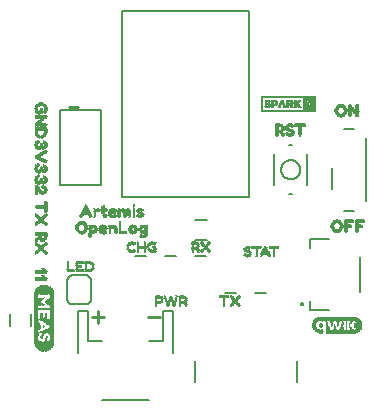
<source format=gto>
G75*
%MOIN*%
%OFA0B0*%
%FSLAX25Y25*%
%IPPOS*%
%LPD*%
%AMOC8*
5,1,8,0,0,1.08239X$1,22.5*
%
%ADD10C,0.01000*%
%ADD11C,0.00800*%
%ADD12C,0.00500*%
%ADD13R,0.00157X0.17480*%
%ADD14R,0.00157X0.18425*%
%ADD15R,0.00157X0.19055*%
%ADD16R,0.00157X0.19685*%
%ADD17R,0.00157X0.20000*%
%ADD18R,0.00157X0.20315*%
%ADD19R,0.00157X0.20630*%
%ADD20R,0.00157X0.16378*%
%ADD21R,0.00157X0.03780*%
%ADD22R,0.00157X0.02992*%
%ADD23R,0.00157X0.02677*%
%ADD24R,0.00157X0.00630*%
%ADD25R,0.00157X0.02047*%
%ADD26R,0.00157X0.02520*%
%ADD27R,0.00157X0.03465*%
%ADD28R,0.00157X0.02835*%
%ADD29R,0.00157X0.02362*%
%ADD30R,0.00157X0.00472*%
%ADD31R,0.00157X0.01890*%
%ADD32R,0.00157X0.03150*%
%ADD33R,0.00157X0.01732*%
%ADD34R,0.00157X0.01575*%
%ADD35R,0.00157X0.03307*%
%ADD36R,0.00157X0.01417*%
%ADD37R,0.00157X0.01102*%
%ADD38R,0.00157X0.00945*%
%ADD39R,0.00157X0.03622*%
%ADD40R,0.00157X0.05197*%
%ADD41R,0.00157X0.00787*%
%ADD42R,0.00157X0.01260*%
%ADD43R,0.00157X0.05039*%
%ADD44R,0.00157X0.04724*%
%ADD45R,0.00157X0.00157*%
%ADD46R,0.00157X0.04094*%
%ADD47R,0.00157X0.00315*%
%ADD48R,0.00157X0.02205*%
%ADD49R,0.11772X0.00039*%
%ADD50R,0.12480X0.00079*%
%ADD51R,0.12874X0.00039*%
%ADD52R,0.13189X0.00079*%
%ADD53R,0.13504X0.00039*%
%ADD54R,0.13740X0.00039*%
%ADD55R,0.13976X0.00079*%
%ADD56R,0.14094X0.00039*%
%ADD57R,0.14291X0.00079*%
%ADD58R,0.14449X0.00039*%
%ADD59R,0.14567X0.00079*%
%ADD60R,0.14764X0.00039*%
%ADD61R,0.14843X0.00079*%
%ADD62R,0.15000X0.00039*%
%ADD63R,0.15079X0.00079*%
%ADD64R,0.15236X0.00039*%
%ADD65R,0.15315X0.00079*%
%ADD66R,0.15394X0.00039*%
%ADD67R,0.15512X0.00079*%
%ADD68R,0.15551X0.00039*%
%ADD69R,0.01772X0.00079*%
%ADD70R,0.00591X0.00079*%
%ADD71R,0.00157X0.00079*%
%ADD72R,0.01220X0.00079*%
%ADD73R,0.00118X0.00079*%
%ADD74R,0.00236X0.00079*%
%ADD75R,0.01339X0.00079*%
%ADD76R,0.01654X0.00079*%
%ADD77R,0.01575X0.00039*%
%ADD78R,0.00433X0.00039*%
%ADD79R,0.00118X0.00039*%
%ADD80R,0.01220X0.00039*%
%ADD81R,0.01181X0.00039*%
%ADD82R,0.00236X0.00039*%
%ADD83R,0.01693X0.00039*%
%ADD84R,0.01496X0.00079*%
%ADD85R,0.00315X0.00079*%
%ADD86R,0.00197X0.00079*%
%ADD87R,0.01102X0.00079*%
%ADD88R,0.01181X0.00079*%
%ADD89R,0.00984X0.00079*%
%ADD90R,0.01693X0.00079*%
%ADD91R,0.01457X0.00039*%
%ADD92R,0.00197X0.00039*%
%ADD93R,0.01102X0.00039*%
%ADD94R,0.00866X0.00039*%
%ADD95R,0.01772X0.00039*%
%ADD96R,0.01417X0.00079*%
%ADD97R,0.01024X0.00079*%
%ADD98R,0.00827X0.00079*%
%ADD99R,0.01811X0.00079*%
%ADD100R,0.01339X0.00039*%
%ADD101R,0.00079X0.00039*%
%ADD102R,0.00984X0.00039*%
%ADD103R,0.01024X0.00039*%
%ADD104R,0.00748X0.00039*%
%ADD105R,0.01811X0.00039*%
%ADD106R,0.01260X0.00079*%
%ADD107R,0.00709X0.00079*%
%ADD108R,0.01890X0.00079*%
%ADD109R,0.01299X0.00039*%
%ADD110R,0.00315X0.00039*%
%ADD111R,0.00591X0.00039*%
%ADD112R,0.01890X0.00039*%
%ADD113R,0.01299X0.00079*%
%ADD114R,0.00945X0.00079*%
%ADD115R,0.01929X0.00079*%
%ADD116R,0.00906X0.00039*%
%ADD117R,0.00512X0.00039*%
%ADD118R,0.01929X0.00039*%
%ADD119R,0.00354X0.00079*%
%ADD120R,0.00906X0.00079*%
%ADD121R,0.00866X0.00079*%
%ADD122R,0.00472X0.00079*%
%ADD123R,0.00354X0.00039*%
%ADD124R,0.00827X0.00039*%
%ADD125R,0.00394X0.00039*%
%ADD126R,0.02008X0.00039*%
%ADD127R,0.01142X0.00039*%
%ADD128R,0.00433X0.00079*%
%ADD129R,0.00748X0.00079*%
%ADD130R,0.00787X0.00079*%
%ADD131R,0.02008X0.00079*%
%ADD132R,0.00787X0.00039*%
%ADD133R,0.02323X0.00039*%
%ADD134R,0.00630X0.00079*%
%ADD135R,0.00669X0.00079*%
%ADD136R,0.00276X0.00079*%
%ADD137R,0.02441X0.00079*%
%ADD138R,0.00472X0.00039*%
%ADD139R,0.00669X0.00039*%
%ADD140R,0.00630X0.00039*%
%ADD141R,0.00276X0.00039*%
%ADD142R,0.02559X0.00039*%
%ADD143R,0.01142X0.00079*%
%ADD144R,0.02638X0.00079*%
%ADD145R,0.00551X0.00039*%
%ADD146R,0.02717X0.00039*%
%ADD147R,0.00551X0.00079*%
%ADD148R,0.00512X0.00079*%
%ADD149R,0.02756X0.00079*%
%ADD150R,0.02835X0.00039*%
%ADD151R,0.02835X0.00079*%
%ADD152R,0.00157X0.00039*%
%ADD153R,0.00079X0.00079*%
%ADD154R,0.00394X0.00079*%
%ADD155R,0.02874X0.00039*%
%ADD156R,0.02874X0.00079*%
%ADD157R,0.00709X0.00039*%
%ADD158R,0.01260X0.00039*%
%ADD159R,0.00039X0.00039*%
%ADD160R,0.00039X0.00079*%
%ADD161R,0.02677X0.00039*%
%ADD162R,0.02677X0.00079*%
%ADD163R,0.02638X0.00039*%
%ADD164R,0.02559X0.00079*%
%ADD165R,0.00945X0.00039*%
%ADD166R,0.02441X0.00039*%
%ADD167R,0.02283X0.00039*%
%ADD168R,0.01063X0.00039*%
%ADD169R,0.01063X0.00079*%
%ADD170R,0.01457X0.00079*%
%ADD171R,0.01378X0.00039*%
%ADD172R,0.02992X0.00079*%
%ADD173R,0.11496X0.00079*%
%ADD174R,0.02913X0.00039*%
%ADD175R,0.11457X0.00039*%
%ADD176R,0.11378X0.00079*%
%ADD177R,0.02795X0.00039*%
%ADD178R,0.11339X0.00039*%
%ADD179R,0.02795X0.00079*%
%ADD180R,0.11260X0.00079*%
%ADD181R,0.02756X0.00039*%
%ADD182R,0.11220X0.00039*%
%ADD183R,0.11142X0.00079*%
%ADD184R,0.11102X0.00039*%
%ADD185R,0.02520X0.00079*%
%ADD186R,0.11024X0.00079*%
%ADD187R,0.10906X0.00039*%
%ADD188R,0.02362X0.00079*%
%ADD189R,0.10866X0.00079*%
%ADD190R,0.10748X0.00039*%
%ADD191R,0.02165X0.00039*%
%ADD192R,0.10709X0.00039*%
%ADD193R,0.02047X0.00079*%
%ADD194R,0.10591X0.00079*%
%ADD195R,0.10472X0.00039*%
%ADD196R,0.10354X0.00079*%
%ADD197R,0.01654X0.00039*%
%ADD198R,0.10157X0.00039*%
%ADD199R,0.09882X0.00079*%
%ADD200R,0.00669X0.00118*%
%ADD201R,0.00276X0.00118*%
%ADD202R,0.00945X0.00118*%
%ADD203R,0.01535X0.00157*%
%ADD204R,0.00827X0.00157*%
%ADD205R,0.01654X0.00157*%
%ADD206R,0.02087X0.00118*%
%ADD207R,0.00827X0.00118*%
%ADD208R,0.02205X0.00118*%
%ADD209R,0.02480X0.00157*%
%ADD210R,0.00984X0.00157*%
%ADD211R,0.02598X0.00118*%
%ADD212R,0.00984X0.00118*%
%ADD213R,0.02756X0.00157*%
%ADD214R,0.02756X0.00118*%
%ADD215R,0.01220X0.00157*%
%ADD216R,0.00709X0.00157*%
%ADD217R,0.01102X0.00157*%
%ADD218R,0.01102X0.00118*%
%ADD219R,0.00157X0.00118*%
%ADD220R,0.03031X0.00157*%
%ADD221R,0.00945X0.00157*%
%ADD222R,0.01378X0.00157*%
%ADD223R,0.03031X0.00118*%
%ADD224R,0.01654X0.00118*%
%ADD225R,0.01378X0.00118*%
%ADD226R,0.00551X0.00157*%
%ADD227R,0.02913X0.00157*%
%ADD228R,0.02913X0.00118*%
%ADD229R,0.02323X0.00118*%
%ADD230R,0.02480X0.00118*%
%ADD231R,0.01929X0.00157*%
%ADD232R,0.00551X0.00118*%
%ADD233R,0.01535X0.00118*%
%ADD234R,0.00118X0.00157*%
%ADD235R,0.00276X0.00157*%
%ADD236R,0.01260X0.00118*%
%ADD237R,0.00433X0.00118*%
%ADD238R,0.02087X0.00157*%
%ADD239R,0.02362X0.00118*%
%ADD240R,0.02638X0.00118*%
%ADD241R,0.02638X0.00157*%
%ADD242R,0.01220X0.00118*%
%ADD243R,0.01772X0.00118*%
%ADD244R,0.03858X0.00157*%
%ADD245R,0.02874X0.00157*%
%ADD246R,0.03858X0.00118*%
%ADD247R,0.01811X0.00157*%
%ADD248R,0.02362X0.00157*%
%ADD249R,0.02598X0.00157*%
%ADD250R,0.00709X0.00118*%
%ADD251R,0.00669X0.00157*%
%ADD252R,0.01260X0.00157*%
%ADD253R,0.02205X0.00157*%
%ADD254R,0.02047X0.00118*%
%ADD255R,0.01496X0.00118*%
%ADD256R,0.01929X0.00118*%
%ADD257R,0.03425X0.00157*%
%ADD258R,0.03583X0.00157*%
%ADD259R,0.03583X0.00118*%
%ADD260R,0.03425X0.00118*%
%ADD261R,0.03307X0.00157*%
%ADD262R,0.01496X0.00157*%
%ADD263R,0.01772X0.00157*%
%ADD264R,0.02047X0.00157*%
%ADD265R,0.03150X0.00157*%
%ADD266R,0.03307X0.00118*%
%ADD267R,0.03465X0.00157*%
%ADD268R,0.02323X0.00157*%
%ADD269R,0.00394X0.00118*%
%ADD270R,0.00630X0.00157*%
%ADD271R,0.00787X0.00157*%
%ADD272R,0.00315X0.00157*%
%ADD273R,0.01417X0.00157*%
%ADD274R,0.01575X0.00157*%
%ADD275R,0.01732X0.00157*%
%ADD276R,0.01890X0.00157*%
%ADD277R,0.02520X0.00157*%
%ADD278R,0.04252X0.00157*%
%ADD279R,0.02835X0.00157*%
%ADD280R,0.04409X0.00157*%
%ADD281R,0.02992X0.00157*%
%ADD282R,0.03622X0.00157*%
%ADD283R,0.02677X0.00157*%
%ADD284R,0.03937X0.00157*%
%ADD285R,0.00472X0.00157*%
%ADD286R,0.04094X0.00157*%
%ADD287R,0.03780X0.00157*%
%ADD288R,0.00157X0.03937*%
%ADD289C,0.00039*%
%ADD290R,0.00118X0.00118*%
%ADD291R,0.02874X0.00118*%
D10*
X0182288Y0104000D02*
X0182288Y0108000D01*
X0180288Y0106000D02*
X0184288Y0106000D01*
X0198888Y0106000D02*
X0202888Y0106000D01*
X0175569Y0175898D02*
X0172569Y0175898D01*
D11*
X0183714Y0078189D02*
X0199462Y0078189D01*
X0214581Y0084252D02*
X0214581Y0091339D01*
X0207336Y0093937D02*
X0207336Y0107717D01*
X0204187Y0107717D01*
X0204187Y0097874D01*
X0199462Y0097874D01*
X0183714Y0097874D02*
X0178990Y0097874D01*
X0178990Y0107717D01*
X0175840Y0107717D01*
X0175840Y0093937D01*
X0160088Y0103000D02*
X0160088Y0107000D01*
X0153088Y0107000D02*
X0153088Y0103000D01*
X0172088Y0112000D02*
X0172088Y0118000D01*
X0172090Y0118083D01*
X0172096Y0118166D01*
X0172105Y0118249D01*
X0172119Y0118331D01*
X0172136Y0118412D01*
X0172157Y0118493D01*
X0172181Y0118572D01*
X0172210Y0118650D01*
X0172241Y0118727D01*
X0172277Y0118802D01*
X0172315Y0118876D01*
X0172358Y0118948D01*
X0172403Y0119017D01*
X0172452Y0119085D01*
X0172503Y0119150D01*
X0172558Y0119213D01*
X0172615Y0119273D01*
X0172675Y0119330D01*
X0172738Y0119385D01*
X0172803Y0119436D01*
X0172871Y0119485D01*
X0172940Y0119530D01*
X0173012Y0119573D01*
X0173086Y0119611D01*
X0173161Y0119647D01*
X0173238Y0119678D01*
X0173316Y0119707D01*
X0173395Y0119731D01*
X0173476Y0119752D01*
X0173557Y0119769D01*
X0173639Y0119783D01*
X0173722Y0119792D01*
X0173805Y0119798D01*
X0173888Y0119800D01*
X0178288Y0119800D01*
X0178371Y0119798D01*
X0178454Y0119792D01*
X0178537Y0119783D01*
X0178619Y0119769D01*
X0178700Y0119752D01*
X0178781Y0119731D01*
X0178860Y0119707D01*
X0178938Y0119678D01*
X0179015Y0119647D01*
X0179090Y0119611D01*
X0179164Y0119573D01*
X0179236Y0119530D01*
X0179305Y0119485D01*
X0179373Y0119436D01*
X0179438Y0119385D01*
X0179501Y0119330D01*
X0179561Y0119273D01*
X0179618Y0119213D01*
X0179673Y0119150D01*
X0179724Y0119085D01*
X0179773Y0119017D01*
X0179818Y0118948D01*
X0179861Y0118876D01*
X0179899Y0118802D01*
X0179935Y0118727D01*
X0179966Y0118650D01*
X0179995Y0118572D01*
X0180019Y0118493D01*
X0180040Y0118412D01*
X0180057Y0118331D01*
X0180071Y0118249D01*
X0180080Y0118166D01*
X0180086Y0118083D01*
X0180088Y0118000D01*
X0180088Y0112000D01*
X0180086Y0111917D01*
X0180080Y0111834D01*
X0180071Y0111751D01*
X0180057Y0111669D01*
X0180040Y0111588D01*
X0180019Y0111507D01*
X0179995Y0111428D01*
X0179966Y0111350D01*
X0179935Y0111273D01*
X0179899Y0111198D01*
X0179861Y0111124D01*
X0179818Y0111052D01*
X0179773Y0110983D01*
X0179724Y0110915D01*
X0179673Y0110850D01*
X0179618Y0110787D01*
X0179561Y0110727D01*
X0179501Y0110670D01*
X0179438Y0110615D01*
X0179373Y0110564D01*
X0179305Y0110515D01*
X0179236Y0110470D01*
X0179164Y0110427D01*
X0179090Y0110389D01*
X0179015Y0110353D01*
X0178938Y0110322D01*
X0178860Y0110293D01*
X0178781Y0110269D01*
X0178700Y0110248D01*
X0178619Y0110231D01*
X0178537Y0110217D01*
X0178454Y0110208D01*
X0178371Y0110202D01*
X0178288Y0110200D01*
X0173888Y0110200D01*
X0173805Y0110202D01*
X0173722Y0110208D01*
X0173639Y0110217D01*
X0173557Y0110231D01*
X0173476Y0110248D01*
X0173395Y0110269D01*
X0173316Y0110293D01*
X0173238Y0110322D01*
X0173161Y0110353D01*
X0173086Y0110389D01*
X0173012Y0110427D01*
X0172940Y0110470D01*
X0172871Y0110515D01*
X0172803Y0110564D01*
X0172738Y0110615D01*
X0172675Y0110670D01*
X0172615Y0110727D01*
X0172558Y0110787D01*
X0172503Y0110850D01*
X0172452Y0110915D01*
X0172403Y0110983D01*
X0172358Y0111052D01*
X0172315Y0111124D01*
X0172277Y0111198D01*
X0172241Y0111273D01*
X0172210Y0111350D01*
X0172181Y0111428D01*
X0172157Y0111507D01*
X0172136Y0111588D01*
X0172119Y0111669D01*
X0172105Y0111751D01*
X0172096Y0111834D01*
X0172090Y0111917D01*
X0172088Y0112000D01*
X0194713Y0126250D02*
X0198463Y0126250D01*
X0204713Y0126250D02*
X0208463Y0126250D01*
X0214713Y0126250D02*
X0218463Y0126250D01*
X0218557Y0131654D02*
X0214620Y0131654D01*
X0214620Y0138346D02*
X0218557Y0138346D01*
X0241077Y0149732D02*
X0241077Y0160268D01*
X0246077Y0163268D02*
X0247100Y0163268D01*
X0252100Y0160268D02*
X0252100Y0149732D01*
X0247100Y0146732D02*
X0246077Y0146732D01*
X0260470Y0148594D02*
X0260470Y0155500D01*
X0271707Y0165630D02*
X0271707Y0144370D01*
X0267770Y0141311D02*
X0264407Y0141311D01*
X0259462Y0131811D02*
X0252966Y0131811D01*
X0252966Y0128858D01*
X0269699Y0125906D02*
X0269699Y0114094D01*
X0259462Y0108189D02*
X0252966Y0108189D01*
X0252966Y0111142D01*
X0250007Y0110157D02*
X0250009Y0110197D01*
X0250015Y0110236D01*
X0250025Y0110275D01*
X0250038Y0110312D01*
X0250056Y0110348D01*
X0250077Y0110382D01*
X0250101Y0110414D01*
X0250128Y0110443D01*
X0250158Y0110470D01*
X0250190Y0110493D01*
X0250225Y0110513D01*
X0250261Y0110529D01*
X0250299Y0110542D01*
X0250338Y0110551D01*
X0250377Y0110556D01*
X0250417Y0110557D01*
X0250457Y0110554D01*
X0250496Y0110547D01*
X0250534Y0110536D01*
X0250572Y0110522D01*
X0250607Y0110503D01*
X0250640Y0110482D01*
X0250672Y0110457D01*
X0250700Y0110429D01*
X0250726Y0110399D01*
X0250748Y0110366D01*
X0250767Y0110331D01*
X0250783Y0110294D01*
X0250795Y0110256D01*
X0250803Y0110217D01*
X0250807Y0110177D01*
X0250807Y0110137D01*
X0250803Y0110097D01*
X0250795Y0110058D01*
X0250783Y0110020D01*
X0250767Y0109983D01*
X0250748Y0109948D01*
X0250726Y0109915D01*
X0250700Y0109885D01*
X0250672Y0109857D01*
X0250640Y0109832D01*
X0250607Y0109811D01*
X0250572Y0109792D01*
X0250534Y0109778D01*
X0250496Y0109767D01*
X0250457Y0109760D01*
X0250417Y0109757D01*
X0250377Y0109758D01*
X0250338Y0109763D01*
X0250299Y0109772D01*
X0250261Y0109785D01*
X0250225Y0109801D01*
X0250190Y0109821D01*
X0250158Y0109844D01*
X0250128Y0109871D01*
X0250101Y0109900D01*
X0250077Y0109932D01*
X0250056Y0109966D01*
X0250038Y0110002D01*
X0250025Y0110039D01*
X0250015Y0110078D01*
X0250009Y0110117D01*
X0250007Y0110157D01*
X0238463Y0113750D02*
X0234713Y0113750D01*
X0228463Y0113750D02*
X0224713Y0113750D01*
X0248596Y0091339D02*
X0248596Y0084252D01*
X0264407Y0168689D02*
X0267770Y0168689D01*
D12*
X0243419Y0155000D02*
X0243421Y0155112D01*
X0243427Y0155225D01*
X0243437Y0155337D01*
X0243451Y0155448D01*
X0243469Y0155560D01*
X0243491Y0155670D01*
X0243516Y0155779D01*
X0243546Y0155888D01*
X0243579Y0155995D01*
X0243617Y0156101D01*
X0243658Y0156206D01*
X0243702Y0156309D01*
X0243750Y0156411D01*
X0243802Y0156511D01*
X0243858Y0156609D01*
X0243917Y0156705D01*
X0243979Y0156798D01*
X0244044Y0156890D01*
X0244113Y0156979D01*
X0244185Y0157066D01*
X0244260Y0157150D01*
X0244337Y0157231D01*
X0244418Y0157309D01*
X0244501Y0157385D01*
X0244587Y0157457D01*
X0244676Y0157527D01*
X0244766Y0157593D01*
X0244860Y0157656D01*
X0244955Y0157716D01*
X0245052Y0157772D01*
X0245152Y0157825D01*
X0245253Y0157874D01*
X0245356Y0157920D01*
X0245460Y0157962D01*
X0245566Y0158000D01*
X0245673Y0158034D01*
X0245781Y0158065D01*
X0245891Y0158091D01*
X0246001Y0158114D01*
X0246112Y0158133D01*
X0246223Y0158148D01*
X0246335Y0158159D01*
X0246447Y0158166D01*
X0246560Y0158169D01*
X0246672Y0158168D01*
X0246785Y0158163D01*
X0246897Y0158154D01*
X0247009Y0158141D01*
X0247120Y0158124D01*
X0247230Y0158103D01*
X0247340Y0158078D01*
X0247449Y0158050D01*
X0247557Y0158017D01*
X0247663Y0157981D01*
X0247768Y0157941D01*
X0247872Y0157897D01*
X0247974Y0157850D01*
X0248074Y0157799D01*
X0248172Y0157744D01*
X0248269Y0157686D01*
X0248363Y0157625D01*
X0248455Y0157560D01*
X0248545Y0157493D01*
X0248632Y0157422D01*
X0248717Y0157347D01*
X0248799Y0157270D01*
X0248878Y0157191D01*
X0248954Y0157108D01*
X0249028Y0157023D01*
X0249098Y0156935D01*
X0249165Y0156844D01*
X0249229Y0156752D01*
X0249289Y0156657D01*
X0249346Y0156560D01*
X0249400Y0156461D01*
X0249450Y0156360D01*
X0249497Y0156258D01*
X0249539Y0156154D01*
X0249579Y0156049D01*
X0249614Y0155942D01*
X0249645Y0155834D01*
X0249673Y0155725D01*
X0249697Y0155615D01*
X0249717Y0155504D01*
X0249733Y0155393D01*
X0249745Y0155281D01*
X0249753Y0155169D01*
X0249757Y0155056D01*
X0249757Y0154944D01*
X0249753Y0154831D01*
X0249745Y0154719D01*
X0249733Y0154607D01*
X0249717Y0154496D01*
X0249697Y0154385D01*
X0249673Y0154275D01*
X0249645Y0154166D01*
X0249614Y0154058D01*
X0249579Y0153951D01*
X0249539Y0153846D01*
X0249497Y0153742D01*
X0249450Y0153640D01*
X0249400Y0153539D01*
X0249346Y0153440D01*
X0249289Y0153343D01*
X0249229Y0153248D01*
X0249165Y0153156D01*
X0249098Y0153065D01*
X0249028Y0152977D01*
X0248954Y0152892D01*
X0248878Y0152809D01*
X0248799Y0152730D01*
X0248717Y0152653D01*
X0248632Y0152578D01*
X0248545Y0152507D01*
X0248455Y0152440D01*
X0248363Y0152375D01*
X0248269Y0152314D01*
X0248173Y0152256D01*
X0248074Y0152201D01*
X0247974Y0152150D01*
X0247872Y0152103D01*
X0247768Y0152059D01*
X0247663Y0152019D01*
X0247557Y0151983D01*
X0247449Y0151950D01*
X0247340Y0151922D01*
X0247230Y0151897D01*
X0247120Y0151876D01*
X0247009Y0151859D01*
X0246897Y0151846D01*
X0246785Y0151837D01*
X0246672Y0151832D01*
X0246560Y0151831D01*
X0246447Y0151834D01*
X0246335Y0151841D01*
X0246223Y0151852D01*
X0246112Y0151867D01*
X0246001Y0151886D01*
X0245891Y0151909D01*
X0245781Y0151935D01*
X0245673Y0151966D01*
X0245566Y0152000D01*
X0245460Y0152038D01*
X0245356Y0152080D01*
X0245253Y0152126D01*
X0245152Y0152175D01*
X0245052Y0152228D01*
X0244955Y0152284D01*
X0244860Y0152344D01*
X0244766Y0152407D01*
X0244676Y0152473D01*
X0244587Y0152543D01*
X0244501Y0152615D01*
X0244418Y0152691D01*
X0244337Y0152769D01*
X0244260Y0152850D01*
X0244185Y0152934D01*
X0244113Y0153021D01*
X0244044Y0153110D01*
X0243979Y0153202D01*
X0243917Y0153295D01*
X0243858Y0153391D01*
X0243802Y0153489D01*
X0243750Y0153589D01*
X0243702Y0153691D01*
X0243658Y0153794D01*
X0243617Y0153899D01*
X0243579Y0154005D01*
X0243546Y0154112D01*
X0243516Y0154221D01*
X0243491Y0154330D01*
X0243469Y0154440D01*
X0243451Y0154552D01*
X0243437Y0154663D01*
X0243427Y0154775D01*
X0243421Y0154888D01*
X0243419Y0155000D01*
X0232750Y0145965D02*
X0190427Y0145965D01*
X0190427Y0207972D01*
X0232750Y0207972D01*
X0232750Y0145965D01*
X0183340Y0150000D02*
X0169836Y0150000D01*
X0169836Y0175000D01*
X0183340Y0175000D01*
X0183340Y0150000D01*
D13*
X0167738Y0105425D03*
X0161439Y0105425D03*
D14*
X0161596Y0105425D03*
X0167581Y0105425D03*
D15*
X0167423Y0105425D03*
X0161754Y0105425D03*
D16*
X0161911Y0105425D03*
X0167266Y0105425D03*
D17*
X0167108Y0105425D03*
X0162069Y0105425D03*
D18*
X0162226Y0105425D03*
X0166951Y0105425D03*
D19*
X0166793Y0105425D03*
X0162384Y0105425D03*
D20*
X0166636Y0107709D03*
D21*
X0165533Y0105346D03*
X0166636Y0096843D03*
X0164848Y0142488D03*
D22*
X0164691Y0151594D03*
X0162329Y0151594D03*
X0162171Y0151594D03*
X0162171Y0155350D03*
X0162329Y0155350D03*
X0164691Y0155350D03*
X0164691Y0163224D03*
X0162329Y0163224D03*
X0162171Y0163224D03*
X0162014Y0167563D03*
X0165163Y0167563D03*
X0162014Y0175122D03*
X0162644Y0132724D03*
X0162801Y0132724D03*
X0163116Y0132724D03*
X0163273Y0132724D03*
X0165006Y0132724D03*
X0166006Y0114717D03*
X0166163Y0114717D03*
X0166478Y0114559D03*
X0163171Y0114717D03*
X0163014Y0114717D03*
X0162699Y0114559D03*
X0163958Y0105740D03*
X0163171Y0096134D03*
D23*
X0163486Y0105898D03*
X0162699Y0110937D03*
X0162541Y0110937D03*
X0166478Y0110937D03*
X0165321Y0132882D03*
X0164218Y0138315D03*
X0162486Y0148287D03*
X0162014Y0151594D03*
X0164848Y0151594D03*
X0165006Y0151594D03*
X0165006Y0155350D03*
X0164848Y0155350D03*
X0162014Y0155350D03*
X0162014Y0163224D03*
X0164848Y0163224D03*
X0165006Y0163224D03*
X0165321Y0167720D03*
X0161856Y0175122D03*
D24*
X0164533Y0174256D03*
X0164218Y0164091D03*
X0161541Y0159209D03*
X0164218Y0156217D03*
X0164218Y0152461D03*
X0161541Y0136819D03*
X0161541Y0130126D03*
X0161541Y0127291D03*
X0165636Y0127291D03*
X0163958Y0111803D03*
X0163958Y0110071D03*
X0162699Y0108496D03*
X0162541Y0108496D03*
X0166478Y0108496D03*
X0162541Y0104874D03*
X0164273Y0102669D03*
X0162699Y0100307D03*
X0165691Y0099047D03*
D25*
X0166321Y0101173D03*
X0166478Y0104008D03*
X0162856Y0102748D03*
X0166163Y0110937D03*
X0164376Y0118992D03*
X0164218Y0118992D03*
X0164061Y0118992D03*
X0164218Y0121354D03*
X0164376Y0121354D03*
X0163903Y0128787D03*
X0163903Y0138315D03*
X0163273Y0138315D03*
X0165321Y0148130D03*
X0165321Y0151594D03*
X0161699Y0151594D03*
X0161699Y0155350D03*
X0165321Y0155350D03*
X0162801Y0159287D03*
X0161699Y0163224D03*
X0165321Y0163224D03*
X0161541Y0167878D03*
X0162801Y0170398D03*
X0162958Y0170398D03*
X0164061Y0172130D03*
D26*
X0165321Y0175201D03*
X0161699Y0167799D03*
X0161856Y0163303D03*
X0161856Y0155429D03*
X0161856Y0151673D03*
X0165006Y0148209D03*
X0162958Y0138236D03*
X0162958Y0128709D03*
X0164218Y0128709D03*
X0166478Y0101094D03*
X0163958Y0099835D03*
D27*
X0162541Y0096685D03*
X0164588Y0096055D03*
X0165691Y0096213D03*
X0166478Y0096528D03*
X0165061Y0105504D03*
X0165636Y0142488D03*
X0162486Y0167327D03*
X0162329Y0175201D03*
D28*
X0165163Y0175201D03*
X0161856Y0167642D03*
X0161541Y0148051D03*
X0164691Y0148209D03*
X0164848Y0148209D03*
X0162801Y0138236D03*
X0162958Y0132803D03*
X0165163Y0132803D03*
X0162801Y0128709D03*
X0162856Y0114638D03*
X0162541Y0114480D03*
X0166321Y0114638D03*
X0163801Y0105819D03*
X0163644Y0105819D03*
D29*
X0162541Y0102748D03*
X0162856Y0110937D03*
X0163014Y0110937D03*
X0163171Y0110937D03*
X0163329Y0110937D03*
X0163486Y0110937D03*
X0166321Y0110937D03*
X0164061Y0128787D03*
X0164061Y0138315D03*
X0165163Y0148130D03*
X0165163Y0151594D03*
X0165163Y0155350D03*
X0165163Y0163224D03*
X0163273Y0170555D03*
X0163746Y0171972D03*
X0161699Y0175122D03*
D30*
X0161384Y0163224D03*
X0161384Y0155350D03*
X0161384Y0151594D03*
X0161541Y0139732D03*
X0165636Y0139732D03*
X0165636Y0136898D03*
X0165636Y0130205D03*
X0164116Y0111882D03*
X0165061Y0110937D03*
X0164273Y0109992D03*
X0164116Y0109992D03*
X0164116Y0108417D03*
X0164273Y0108417D03*
X0164431Y0108417D03*
X0164588Y0108417D03*
X0164746Y0108417D03*
X0164903Y0108417D03*
X0165061Y0108417D03*
X0165218Y0108417D03*
X0165376Y0108417D03*
X0165533Y0108417D03*
X0165691Y0108417D03*
X0165848Y0108417D03*
X0166006Y0108417D03*
X0166163Y0108417D03*
X0166321Y0108417D03*
X0163958Y0108417D03*
X0163801Y0108417D03*
X0163644Y0108417D03*
X0163486Y0108417D03*
X0163329Y0108417D03*
X0163171Y0108417D03*
X0163014Y0108417D03*
X0162856Y0108417D03*
X0163329Y0104795D03*
X0164431Y0102748D03*
X0163644Y0100701D03*
X0163486Y0100701D03*
D31*
X0163014Y0102669D03*
X0164903Y0104717D03*
X0166321Y0104087D03*
X0166163Y0101252D03*
X0166006Y0111016D03*
X0164533Y0118913D03*
X0163903Y0118913D03*
X0164061Y0121276D03*
X0164533Y0121276D03*
X0163273Y0128709D03*
X0162801Y0148366D03*
X0162644Y0148524D03*
X0163273Y0151043D03*
X0164061Y0151043D03*
X0164061Y0154799D03*
X0163273Y0154799D03*
X0162644Y0159209D03*
X0163273Y0162673D03*
X0164061Y0162673D03*
X0162644Y0170319D03*
X0164218Y0172209D03*
X0164376Y0172209D03*
X0163431Y0174413D03*
X0163273Y0174413D03*
X0163588Y0174571D03*
X0165478Y0175201D03*
D32*
X0165006Y0175201D03*
X0164848Y0175358D03*
X0164691Y0175358D03*
X0162171Y0175201D03*
X0162171Y0167484D03*
X0165006Y0167484D03*
X0162329Y0148051D03*
X0161699Y0148051D03*
X0163431Y0132646D03*
X0163588Y0132646D03*
X0164691Y0132646D03*
X0164848Y0132646D03*
X0165533Y0114795D03*
X0165691Y0114795D03*
X0165848Y0114795D03*
X0163644Y0114795D03*
X0163486Y0114795D03*
X0163329Y0114795D03*
X0162856Y0096370D03*
X0163014Y0096213D03*
X0163329Y0096055D03*
X0163486Y0096055D03*
X0163644Y0096055D03*
X0163801Y0095898D03*
X0166006Y0096213D03*
X0166163Y0096213D03*
X0166321Y0096370D03*
D33*
X0164273Y0100386D03*
X0166006Y0101173D03*
X0166006Y0104165D03*
X0166163Y0104165D03*
X0165691Y0104323D03*
X0164746Y0104795D03*
X0164588Y0104795D03*
X0163171Y0102748D03*
X0165848Y0110937D03*
X0164691Y0118835D03*
X0164691Y0121197D03*
X0163903Y0121197D03*
X0163746Y0128787D03*
X0163746Y0138315D03*
X0163431Y0138315D03*
X0163116Y0147972D03*
X0162958Y0148130D03*
X0163431Y0151122D03*
X0163588Y0151280D03*
X0163746Y0151280D03*
X0163903Y0151122D03*
X0165478Y0151594D03*
X0163903Y0154878D03*
X0163746Y0155035D03*
X0163588Y0155035D03*
X0163431Y0154878D03*
X0165478Y0155350D03*
X0162486Y0159287D03*
X0163431Y0162752D03*
X0163588Y0162909D03*
X0163746Y0162909D03*
X0163903Y0162752D03*
X0165478Y0163224D03*
X0162486Y0170240D03*
X0164533Y0172287D03*
X0163903Y0174492D03*
X0163746Y0174492D03*
X0161541Y0175122D03*
D34*
X0163116Y0174256D03*
X0164691Y0172366D03*
X0162329Y0170161D03*
X0162171Y0170161D03*
X0164533Y0166382D03*
X0161541Y0163303D03*
X0162329Y0159209D03*
X0161541Y0155429D03*
X0161541Y0151673D03*
X0163273Y0147736D03*
X0165478Y0148209D03*
X0163588Y0128709D03*
X0163431Y0128709D03*
X0164848Y0121118D03*
X0164848Y0118756D03*
X0164116Y0105031D03*
X0164273Y0104874D03*
X0164431Y0104874D03*
X0165848Y0104244D03*
X0163329Y0102669D03*
X0165848Y0101252D03*
D35*
X0165848Y0096134D03*
X0164431Y0095976D03*
X0164273Y0095976D03*
X0164116Y0095976D03*
X0163958Y0095976D03*
X0162699Y0096449D03*
X0163801Y0114874D03*
X0163958Y0114874D03*
X0164116Y0114874D03*
X0164273Y0114874D03*
X0164431Y0114874D03*
X0164588Y0114874D03*
X0164746Y0114874D03*
X0164903Y0114874D03*
X0165061Y0114874D03*
X0165218Y0114874D03*
X0165376Y0114874D03*
X0162171Y0148130D03*
X0162014Y0148130D03*
X0161856Y0148130D03*
X0162329Y0167406D03*
X0164691Y0167406D03*
X0164848Y0167406D03*
D36*
X0162014Y0170083D03*
X0164848Y0172445D03*
X0165006Y0172445D03*
X0164533Y0176382D03*
X0162486Y0176224D03*
X0162171Y0159287D03*
X0162014Y0159287D03*
X0163431Y0147500D03*
X0162171Y0139575D03*
X0162329Y0139417D03*
X0162486Y0139260D03*
X0162644Y0139102D03*
X0163588Y0138315D03*
X0164376Y0139102D03*
X0164691Y0139260D03*
X0164848Y0139417D03*
X0165006Y0139575D03*
X0164376Y0137528D03*
X0164533Y0137370D03*
X0164691Y0137213D03*
X0164848Y0137055D03*
X0165163Y0136898D03*
X0162644Y0137370D03*
X0162329Y0137213D03*
X0162171Y0137055D03*
X0162014Y0136898D03*
X0165636Y0133039D03*
X0165006Y0130047D03*
X0164848Y0129890D03*
X0164691Y0129732D03*
X0164533Y0129575D03*
X0164376Y0128000D03*
X0164533Y0127843D03*
X0164691Y0127685D03*
X0164848Y0127528D03*
X0165006Y0127370D03*
X0162644Y0127843D03*
X0162486Y0127685D03*
X0162329Y0127528D03*
X0162171Y0127528D03*
X0162014Y0127370D03*
X0162644Y0129575D03*
X0162486Y0129732D03*
X0162329Y0129890D03*
X0162171Y0130047D03*
X0165006Y0121039D03*
X0165006Y0118677D03*
X0165691Y0110937D03*
X0165691Y0101173D03*
X0165533Y0101173D03*
X0165376Y0101173D03*
X0164431Y0100701D03*
D37*
X0163644Y0099126D03*
X0165533Y0110937D03*
X0165321Y0118520D03*
X0163746Y0118520D03*
X0163588Y0118520D03*
X0163431Y0118520D03*
X0163273Y0118520D03*
X0163116Y0118520D03*
X0162958Y0118520D03*
X0162801Y0118520D03*
X0162644Y0118520D03*
X0162486Y0118520D03*
X0162329Y0118520D03*
X0162171Y0118520D03*
X0162014Y0118520D03*
X0161856Y0118520D03*
X0161699Y0118520D03*
X0161856Y0120882D03*
X0162014Y0120882D03*
X0162171Y0120882D03*
X0162329Y0120882D03*
X0162486Y0120882D03*
X0162644Y0120882D03*
X0162801Y0120882D03*
X0162958Y0120882D03*
X0163116Y0120882D03*
X0163273Y0120882D03*
X0163431Y0120882D03*
X0163588Y0120882D03*
X0163746Y0120882D03*
X0165321Y0120882D03*
X0165321Y0130205D03*
X0164376Y0131465D03*
X0164218Y0131465D03*
X0164061Y0131465D03*
X0163903Y0131465D03*
X0162329Y0131622D03*
X0162014Y0131465D03*
X0161856Y0131465D03*
X0161856Y0130205D03*
X0161856Y0133669D03*
X0161699Y0133669D03*
X0162014Y0133669D03*
X0162171Y0133669D03*
X0162329Y0133669D03*
X0162486Y0133669D03*
X0163746Y0133669D03*
X0163903Y0133669D03*
X0164061Y0133669D03*
X0164218Y0133669D03*
X0164376Y0133669D03*
X0164533Y0133669D03*
X0165321Y0136898D03*
X0165321Y0139732D03*
X0164691Y0142409D03*
X0164533Y0142409D03*
X0164376Y0142409D03*
X0164218Y0142409D03*
X0164061Y0142409D03*
X0163903Y0142409D03*
X0163746Y0142409D03*
X0163588Y0142409D03*
X0163431Y0142409D03*
X0163273Y0142409D03*
X0163116Y0142409D03*
X0162958Y0142409D03*
X0162801Y0142409D03*
X0162644Y0142409D03*
X0162486Y0142409D03*
X0162329Y0142409D03*
X0162171Y0142409D03*
X0162014Y0142409D03*
X0161856Y0139732D03*
X0163903Y0147185D03*
X0164061Y0147185D03*
X0164218Y0147185D03*
X0164376Y0147185D03*
X0164533Y0149075D03*
X0164376Y0149232D03*
X0164218Y0149232D03*
X0164061Y0149232D03*
X0163903Y0149232D03*
X0164218Y0150650D03*
X0164376Y0150650D03*
X0164533Y0150650D03*
X0165636Y0151594D03*
X0164533Y0152539D03*
X0162801Y0152697D03*
X0162644Y0152697D03*
X0162644Y0154248D03*
X0162801Y0154248D03*
X0162486Y0154406D03*
X0164218Y0154406D03*
X0164376Y0154406D03*
X0164533Y0154406D03*
X0165636Y0155350D03*
X0164533Y0156295D03*
X0165006Y0157713D03*
X0165163Y0157713D03*
X0164691Y0157870D03*
X0164376Y0158028D03*
X0164061Y0158185D03*
X0163903Y0158185D03*
X0163746Y0158343D03*
X0163588Y0158343D03*
X0163431Y0158500D03*
X0163273Y0158500D03*
X0163116Y0158657D03*
X0163116Y0159917D03*
X0163273Y0159917D03*
X0163431Y0160075D03*
X0163588Y0160075D03*
X0163746Y0160232D03*
X0163903Y0160232D03*
X0164061Y0160390D03*
X0164218Y0160390D03*
X0164376Y0160547D03*
X0164533Y0160547D03*
X0164691Y0160705D03*
X0164848Y0160705D03*
X0165006Y0160862D03*
X0165163Y0160862D03*
X0165321Y0160862D03*
X0164533Y0162280D03*
X0164376Y0162280D03*
X0164218Y0162280D03*
X0162801Y0162122D03*
X0162644Y0162122D03*
X0162486Y0162280D03*
X0162644Y0164327D03*
X0162801Y0164327D03*
X0162958Y0165988D03*
X0163116Y0165988D03*
X0163588Y0165831D03*
X0163903Y0165988D03*
X0164061Y0165988D03*
X0164533Y0164169D03*
X0165636Y0163224D03*
X0161856Y0159287D03*
X0161699Y0159287D03*
X0162644Y0156453D03*
X0162801Y0156453D03*
X0162486Y0150650D03*
X0162644Y0150492D03*
X0162801Y0150492D03*
X0162801Y0168508D03*
X0162644Y0168508D03*
X0162958Y0168508D03*
X0163116Y0168508D03*
X0163273Y0168508D03*
X0163431Y0168508D03*
X0163588Y0168508D03*
X0163746Y0168508D03*
X0163903Y0168508D03*
X0164061Y0168508D03*
X0164218Y0168508D03*
X0164376Y0168508D03*
X0164533Y0168508D03*
X0164533Y0169925D03*
X0164376Y0169925D03*
X0164218Y0169925D03*
X0164061Y0169925D03*
X0163903Y0169925D03*
X0163746Y0169925D03*
X0163588Y0169925D03*
X0163431Y0169925D03*
X0164691Y0169925D03*
X0164848Y0169925D03*
X0165006Y0169925D03*
X0165163Y0169925D03*
X0163588Y0171343D03*
X0163588Y0172602D03*
X0163431Y0172602D03*
X0163273Y0172602D03*
X0163116Y0172602D03*
X0162958Y0172602D03*
X0162801Y0172602D03*
X0162644Y0172602D03*
X0162486Y0172602D03*
X0162329Y0172602D03*
X0162171Y0172602D03*
X0162014Y0172602D03*
X0161856Y0172602D03*
X0161699Y0172602D03*
X0162644Y0174020D03*
X0162801Y0174020D03*
X0162958Y0174020D03*
X0165321Y0172602D03*
X0165636Y0175122D03*
X0164061Y0176697D03*
X0163903Y0176697D03*
X0163746Y0176697D03*
X0163588Y0176697D03*
X0163431Y0176697D03*
X0163273Y0176697D03*
X0163116Y0176697D03*
X0162801Y0176539D03*
D38*
X0161699Y0170004D03*
X0165321Y0170004D03*
X0165478Y0170004D03*
X0163746Y0165909D03*
X0163431Y0165909D03*
X0163273Y0165909D03*
X0164376Y0164091D03*
X0165321Y0157634D03*
X0164376Y0156217D03*
X0164376Y0152461D03*
X0165636Y0148209D03*
X0161856Y0142488D03*
X0161699Y0142488D03*
X0161699Y0139811D03*
X0161699Y0136819D03*
X0165478Y0136819D03*
X0161699Y0131386D03*
X0161699Y0130126D03*
X0161699Y0127291D03*
X0165478Y0127291D03*
X0165478Y0120803D03*
X0165478Y0118441D03*
X0161699Y0120803D03*
X0163644Y0111646D03*
X0163644Y0110228D03*
X0165376Y0111016D03*
X0165533Y0099047D03*
X0163486Y0099047D03*
D39*
X0164746Y0096134D03*
X0165533Y0096291D03*
X0165376Y0105425D03*
X0165218Y0105425D03*
D40*
X0165376Y0096921D03*
D41*
X0163801Y0100701D03*
X0163801Y0110150D03*
X0163801Y0111724D03*
X0165218Y0110937D03*
X0161541Y0118520D03*
X0161541Y0120882D03*
X0165478Y0130205D03*
X0161541Y0131465D03*
X0161541Y0133669D03*
X0165478Y0139732D03*
X0161541Y0142409D03*
X0163746Y0149232D03*
X0162958Y0152697D03*
X0162958Y0156453D03*
X0165478Y0157713D03*
X0165478Y0160862D03*
X0162958Y0164327D03*
X0161541Y0169925D03*
X0161541Y0172602D03*
X0165478Y0172602D03*
D42*
X0165163Y0172524D03*
X0163431Y0171264D03*
X0161856Y0170004D03*
X0162644Y0166224D03*
X0162801Y0166067D03*
X0164218Y0166067D03*
X0164376Y0166224D03*
X0165636Y0167957D03*
X0162486Y0164248D03*
X0163116Y0162358D03*
X0162958Y0162201D03*
X0164218Y0158106D03*
X0164533Y0157949D03*
X0164848Y0157791D03*
X0162486Y0156374D03*
X0163116Y0154484D03*
X0162958Y0154327D03*
X0162486Y0152618D03*
X0163116Y0150728D03*
X0162958Y0150571D03*
X0163588Y0147421D03*
X0163746Y0147264D03*
X0164533Y0147264D03*
X0165163Y0139654D03*
X0164533Y0139181D03*
X0165006Y0136976D03*
X0162486Y0137291D03*
X0161856Y0136819D03*
X0162014Y0139654D03*
X0162486Y0131701D03*
X0162171Y0131543D03*
X0162014Y0130126D03*
X0163746Y0131543D03*
X0164533Y0131543D03*
X0165163Y0130126D03*
X0164376Y0129496D03*
X0165163Y0127291D03*
X0165321Y0127291D03*
X0161856Y0127291D03*
X0165163Y0120961D03*
X0165163Y0118598D03*
X0165218Y0101094D03*
X0165061Y0101094D03*
X0164903Y0100937D03*
X0164746Y0100937D03*
X0164588Y0100780D03*
X0163801Y0099205D03*
X0162541Y0100307D03*
X0162486Y0174098D03*
X0162644Y0176461D03*
X0162958Y0176618D03*
X0164218Y0176618D03*
X0164376Y0176461D03*
D43*
X0165218Y0096843D03*
D44*
X0165061Y0096685D03*
D45*
X0164588Y0109835D03*
X0164903Y0110937D03*
X0164588Y0112039D03*
X0165636Y0118520D03*
X0163746Y0119465D03*
X0163746Y0121827D03*
X0194159Y0133295D03*
X0196447Y0138795D03*
X0195659Y0139898D03*
X0182588Y0140843D03*
X0178336Y0143047D03*
X0165636Y0169925D03*
X0165636Y0172602D03*
X0164376Y0174177D03*
X0246329Y0165795D03*
X0268848Y0176547D03*
D46*
X0165321Y0142488D03*
X0165163Y0142488D03*
X0164903Y0096370D03*
D47*
X0163014Y0100465D03*
X0162856Y0100465D03*
X0163171Y0100622D03*
X0163329Y0100622D03*
X0164588Y0102669D03*
X0164746Y0102669D03*
X0163171Y0104874D03*
X0163014Y0104874D03*
X0162856Y0104874D03*
X0162699Y0104874D03*
X0164431Y0109913D03*
X0164431Y0111961D03*
X0164273Y0111961D03*
X0165636Y0120803D03*
X0165636Y0157791D03*
X0165636Y0160783D03*
X0161384Y0175201D03*
D48*
X0163903Y0172051D03*
X0163116Y0170476D03*
X0165478Y0167799D03*
X0162958Y0159209D03*
X0163116Y0138236D03*
X0165478Y0132961D03*
X0163116Y0128709D03*
X0162699Y0102669D03*
X0164116Y0100150D03*
D49*
X0262187Y0105618D03*
D50*
X0262187Y0105559D03*
D51*
X0262147Y0105500D03*
D52*
X0262187Y0105441D03*
D53*
X0262147Y0105382D03*
D54*
X0262147Y0105343D03*
D55*
X0262147Y0105283D03*
D56*
X0262167Y0105224D03*
D57*
X0262147Y0105165D03*
D58*
X0262187Y0105106D03*
D59*
X0262167Y0105047D03*
D60*
X0262147Y0104988D03*
D61*
X0262147Y0104929D03*
D62*
X0262147Y0104870D03*
D63*
X0262147Y0104811D03*
D64*
X0262147Y0104752D03*
D65*
X0262147Y0104693D03*
D66*
X0262187Y0104634D03*
D67*
X0262167Y0104575D03*
D68*
X0262147Y0104516D03*
D69*
X0255179Y0104457D03*
X0269234Y0101661D03*
D70*
X0266675Y0103984D03*
X0263880Y0103236D03*
X0263880Y0103118D03*
X0262423Y0103354D03*
X0258722Y0103236D03*
X0258722Y0103118D03*
X0257108Y0104457D03*
D71*
X0258466Y0104457D03*
X0266458Y0103118D03*
X0266458Y0103000D03*
X0266458Y0102882D03*
X0266458Y0102764D03*
X0266458Y0102646D03*
D72*
X0262423Y0104457D03*
X0260218Y0104457D03*
X0256714Y0103236D03*
X0256714Y0102646D03*
X0256714Y0102528D03*
X0254667Y0101898D03*
X0254628Y0102016D03*
X0254549Y0103709D03*
X0254628Y0103866D03*
D73*
X0257344Y0101661D03*
X0262423Y0102646D03*
X0264116Y0104457D03*
D74*
X0264057Y0104102D03*
X0265277Y0104102D03*
X0265277Y0103984D03*
X0265277Y0103866D03*
X0265277Y0103709D03*
X0265277Y0103591D03*
X0265277Y0103472D03*
X0265277Y0103354D03*
X0265277Y0103236D03*
X0265277Y0103118D03*
X0265277Y0103000D03*
X0265277Y0102882D03*
X0265277Y0102764D03*
X0265277Y0102646D03*
X0265277Y0102528D03*
X0265277Y0102409D03*
X0265277Y0102291D03*
X0265277Y0102134D03*
X0265277Y0102016D03*
X0265277Y0101898D03*
X0265277Y0101780D03*
X0265277Y0101661D03*
X0265277Y0101543D03*
X0265277Y0101425D03*
X0266498Y0102409D03*
X0266498Y0102528D03*
X0266498Y0103236D03*
X0266498Y0103354D03*
X0265277Y0104220D03*
X0265277Y0104339D03*
X0265277Y0104457D03*
X0262403Y0102764D03*
X0261301Y0102882D03*
X0258545Y0104102D03*
X0257285Y0101543D03*
D75*
X0256734Y0102764D03*
X0256734Y0102882D03*
X0256734Y0103000D03*
X0254844Y0101661D03*
X0267049Y0104457D03*
D76*
X0269175Y0104457D03*
X0269175Y0101425D03*
D77*
X0269136Y0101366D03*
X0255081Y0104398D03*
D78*
X0257187Y0104398D03*
X0258644Y0103650D03*
X0260218Y0103177D03*
X0260218Y0103059D03*
X0263958Y0103650D03*
D79*
X0264116Y0104398D03*
X0262423Y0102587D03*
X0258486Y0104398D03*
D80*
X0260218Y0104398D03*
X0256714Y0103177D03*
X0256714Y0102587D03*
X0254746Y0101839D03*
X0254667Y0101957D03*
X0254628Y0102075D03*
X0254549Y0102193D03*
X0254628Y0103807D03*
X0254667Y0103925D03*
D81*
X0254529Y0103650D03*
X0254529Y0103531D03*
X0254411Y0102941D03*
X0254529Y0102350D03*
X0254529Y0102232D03*
X0256695Y0103295D03*
X0259018Y0101602D03*
X0261301Y0101366D03*
X0263584Y0101602D03*
X0262403Y0104398D03*
X0266970Y0104398D03*
D82*
X0266498Y0103413D03*
X0266498Y0103295D03*
X0266498Y0102587D03*
X0266498Y0102469D03*
X0265277Y0102469D03*
X0265277Y0102587D03*
X0265277Y0102705D03*
X0265277Y0102823D03*
X0265277Y0102941D03*
X0265277Y0103059D03*
X0265277Y0103177D03*
X0265277Y0103295D03*
X0265277Y0103413D03*
X0265277Y0103531D03*
X0265277Y0103650D03*
X0265277Y0103768D03*
X0265277Y0103807D03*
X0265277Y0103925D03*
X0265277Y0104043D03*
X0265277Y0104161D03*
X0265277Y0104280D03*
X0265277Y0104398D03*
X0264057Y0104161D03*
X0262403Y0102823D03*
X0261301Y0102823D03*
X0261301Y0102941D03*
X0258545Y0104161D03*
X0257285Y0104280D03*
X0265277Y0102350D03*
X0265277Y0102232D03*
X0265277Y0102193D03*
X0265277Y0102075D03*
X0265277Y0101957D03*
X0265277Y0101839D03*
X0265277Y0101720D03*
X0265277Y0101602D03*
X0265277Y0101484D03*
X0265277Y0101366D03*
D83*
X0269195Y0101484D03*
X0269195Y0104398D03*
X0255218Y0101366D03*
D84*
X0255120Y0101425D03*
X0255002Y0104339D03*
D85*
X0257246Y0104339D03*
X0258584Y0103984D03*
X0261301Y0102764D03*
X0261301Y0102646D03*
X0262443Y0102882D03*
X0264018Y0103984D03*
D86*
X0264077Y0104220D03*
X0264077Y0104339D03*
X0260218Y0102764D03*
X0260218Y0102646D03*
X0258525Y0104220D03*
X0258525Y0104339D03*
X0257305Y0104220D03*
D87*
X0256734Y0103354D03*
X0254451Y0103236D03*
X0254451Y0103118D03*
X0254451Y0102764D03*
X0254451Y0102646D03*
X0260238Y0104220D03*
X0260238Y0104339D03*
D88*
X0262403Y0104339D03*
X0263584Y0101661D03*
X0263584Y0101543D03*
X0261301Y0101425D03*
X0259018Y0101543D03*
X0259018Y0101661D03*
X0254529Y0102291D03*
X0254411Y0102882D03*
X0254411Y0103000D03*
X0254529Y0103591D03*
X0266970Y0101425D03*
D89*
X0262423Y0104102D03*
X0260218Y0104102D03*
X0256714Y0103472D03*
X0266872Y0104339D03*
D90*
X0269195Y0104339D03*
X0269195Y0101543D03*
D91*
X0255021Y0101484D03*
X0254903Y0104280D03*
D92*
X0258525Y0104280D03*
X0260218Y0102705D03*
X0257305Y0101602D03*
X0264077Y0104280D03*
D93*
X0262443Y0104280D03*
X0260238Y0104280D03*
X0256734Y0102469D03*
X0254451Y0102705D03*
X0254451Y0102823D03*
X0254451Y0103059D03*
X0254451Y0103177D03*
D94*
X0262443Y0103925D03*
X0266813Y0104280D03*
D95*
X0269234Y0104280D03*
X0269234Y0101602D03*
D96*
X0256695Y0100323D03*
X0254884Y0104220D03*
D97*
X0256695Y0102409D03*
X0258939Y0102134D03*
X0258939Y0102016D03*
X0261301Y0101543D03*
X0263663Y0102016D03*
X0263663Y0102134D03*
X0262403Y0104220D03*
D98*
X0263762Y0102528D03*
X0266793Y0104220D03*
X0258840Y0102528D03*
D99*
X0256498Y0100441D03*
X0269254Y0101780D03*
X0269254Y0104220D03*
D100*
X0256734Y0103059D03*
X0256734Y0102941D03*
X0256734Y0102823D03*
X0254923Y0101602D03*
X0254805Y0104161D03*
D101*
X0257364Y0104161D03*
X0261301Y0103059D03*
X0262443Y0102469D03*
D102*
X0262423Y0104043D03*
X0260218Y0104043D03*
X0260218Y0104161D03*
X0256714Y0103413D03*
X0256714Y0102350D03*
D103*
X0258939Y0102075D03*
X0261301Y0101602D03*
X0261301Y0101484D03*
X0263663Y0102075D03*
X0262403Y0104161D03*
D104*
X0260218Y0103768D03*
X0260218Y0103650D03*
X0266754Y0104161D03*
D105*
X0269254Y0104161D03*
X0269254Y0101720D03*
D106*
X0263545Y0101425D03*
X0259057Y0101425D03*
X0256695Y0103118D03*
X0254766Y0104102D03*
X0254766Y0101780D03*
D107*
X0258781Y0102882D03*
X0261301Y0102134D03*
X0262403Y0103591D03*
X0263821Y0102882D03*
X0266734Y0104102D03*
D108*
X0269293Y0104102D03*
X0269293Y0101898D03*
D109*
X0263525Y0101366D03*
X0254825Y0101720D03*
X0254707Y0104043D03*
D110*
X0257246Y0101484D03*
X0258584Y0103925D03*
X0258584Y0104043D03*
X0261301Y0102705D03*
X0262443Y0102941D03*
X0264018Y0103925D03*
X0264018Y0104043D03*
D111*
X0263880Y0103177D03*
X0262423Y0103413D03*
X0260258Y0103413D03*
X0258722Y0103177D03*
X0257108Y0101366D03*
X0266675Y0101839D03*
X0266675Y0104043D03*
D112*
X0269293Y0104043D03*
X0269293Y0101839D03*
D113*
X0254707Y0103984D03*
D114*
X0258899Y0102291D03*
X0260199Y0103984D03*
X0262403Y0103984D03*
X0263703Y0102291D03*
X0261301Y0101780D03*
X0261301Y0101661D03*
X0266852Y0101543D03*
D115*
X0269313Y0102016D03*
X0269313Y0103866D03*
X0269313Y0103984D03*
D116*
X0263722Y0102350D03*
X0260218Y0103807D03*
X0260218Y0103925D03*
X0258880Y0102350D03*
D117*
X0260218Y0103295D03*
X0256714Y0102193D03*
X0266636Y0103925D03*
D118*
X0269313Y0103925D03*
X0269313Y0101957D03*
X0256439Y0100500D03*
D119*
X0258604Y0103866D03*
X0260258Y0103000D03*
X0262423Y0103000D03*
X0263998Y0103866D03*
X0266557Y0103709D03*
X0266557Y0102134D03*
D120*
X0263722Y0102409D03*
X0260218Y0103866D03*
X0258880Y0102409D03*
D121*
X0256734Y0102291D03*
X0262443Y0103866D03*
D122*
X0262403Y0103236D03*
X0261301Y0102528D03*
X0258663Y0103472D03*
X0258663Y0103591D03*
X0263939Y0103472D03*
X0266616Y0103866D03*
D123*
X0266557Y0103650D03*
X0266557Y0102193D03*
X0263998Y0103768D03*
X0263998Y0103807D03*
X0262423Y0103059D03*
X0258604Y0103768D03*
X0258604Y0103807D03*
D124*
X0258840Y0102587D03*
X0258840Y0102469D03*
X0262423Y0103768D03*
X0262423Y0103807D03*
X0263762Y0102587D03*
X0263762Y0102469D03*
X0266793Y0101602D03*
D125*
X0266577Y0102075D03*
X0266577Y0103768D03*
X0266577Y0103807D03*
X0261340Y0102587D03*
X0256734Y0103650D03*
D126*
X0269352Y0103768D03*
X0269352Y0103807D03*
X0269352Y0102075D03*
D127*
X0263604Y0101720D03*
X0258998Y0101720D03*
X0254470Y0102469D03*
X0254470Y0102587D03*
X0254470Y0103295D03*
X0254470Y0103413D03*
X0254588Y0103768D03*
D128*
X0257187Y0101425D03*
X0258644Y0103709D03*
X0260218Y0103118D03*
X0263958Y0103591D03*
X0263958Y0103709D03*
D129*
X0266754Y0101661D03*
X0260218Y0103709D03*
D130*
X0258821Y0102764D03*
X0258821Y0102646D03*
X0261301Y0102016D03*
X0261301Y0101898D03*
X0262443Y0103709D03*
X0263781Y0102764D03*
X0263781Y0102646D03*
D131*
X0269352Y0102134D03*
X0269352Y0103709D03*
D132*
X0263781Y0102705D03*
X0262443Y0103650D03*
X0261301Y0101957D03*
X0258821Y0102705D03*
X0256695Y0103531D03*
D133*
X0269234Y0103650D03*
D134*
X0266695Y0101780D03*
X0262443Y0103472D03*
X0256734Y0103591D03*
D135*
X0258762Y0103000D03*
X0260218Y0103472D03*
X0260218Y0103591D03*
X0263840Y0103000D03*
D136*
X0266518Y0103472D03*
X0266518Y0103591D03*
X0266518Y0102291D03*
X0260218Y0102882D03*
D137*
X0269175Y0103591D03*
D138*
X0266616Y0101957D03*
X0263939Y0103531D03*
X0262403Y0103177D03*
X0261301Y0102469D03*
X0258663Y0103531D03*
D139*
X0258762Y0103059D03*
X0260218Y0103531D03*
X0263840Y0103059D03*
D140*
X0262443Y0103531D03*
X0256734Y0102232D03*
D141*
X0260218Y0102823D03*
X0260218Y0102941D03*
X0266518Y0103531D03*
X0266518Y0102350D03*
X0266518Y0102232D03*
D142*
X0269116Y0103531D03*
X0256124Y0100894D03*
D143*
X0254588Y0102134D03*
X0254470Y0102409D03*
X0254470Y0102528D03*
X0254470Y0103354D03*
X0254470Y0103472D03*
X0258998Y0101780D03*
X0263604Y0101780D03*
D144*
X0269077Y0103472D03*
X0256084Y0100953D03*
D145*
X0258703Y0103295D03*
X0258703Y0103413D03*
X0261301Y0102350D03*
X0261301Y0102232D03*
X0262443Y0103295D03*
X0263899Y0103295D03*
X0263899Y0103413D03*
D146*
X0269116Y0103413D03*
D147*
X0263899Y0103354D03*
X0261301Y0102291D03*
X0258703Y0103354D03*
D148*
X0260218Y0103354D03*
X0260218Y0103236D03*
X0261321Y0102409D03*
X0266636Y0101898D03*
D149*
X0269096Y0103354D03*
D150*
X0269057Y0103295D03*
X0269057Y0103177D03*
X0269057Y0102587D03*
D151*
X0269057Y0102646D03*
X0269057Y0102528D03*
X0269057Y0103118D03*
X0269057Y0103236D03*
D152*
X0266458Y0103177D03*
X0266458Y0103059D03*
X0266458Y0102941D03*
X0266458Y0102823D03*
X0266458Y0102705D03*
X0262443Y0102705D03*
D153*
X0262443Y0102528D03*
X0261301Y0103000D03*
X0261301Y0103118D03*
D154*
X0262443Y0103118D03*
X0266577Y0102016D03*
D155*
X0269037Y0102705D03*
X0269037Y0102823D03*
X0269037Y0102941D03*
X0269037Y0103059D03*
D156*
X0269037Y0103000D03*
X0269037Y0102882D03*
X0269037Y0102764D03*
X0255966Y0101189D03*
D157*
X0258781Y0102823D03*
X0258781Y0102941D03*
X0261301Y0102193D03*
X0261301Y0102075D03*
X0263821Y0102823D03*
X0263821Y0102941D03*
X0266734Y0101720D03*
D158*
X0263545Y0101484D03*
X0259057Y0101484D03*
X0259057Y0101366D03*
X0256695Y0102705D03*
D159*
X0260218Y0102587D03*
X0260218Y0102469D03*
D160*
X0260218Y0102528D03*
D161*
X0269057Y0102469D03*
D162*
X0269057Y0102409D03*
D163*
X0269077Y0102350D03*
D164*
X0269116Y0102291D03*
D165*
X0263703Y0102232D03*
X0263703Y0102193D03*
X0261301Y0101839D03*
X0261301Y0101720D03*
X0258899Y0102193D03*
X0258899Y0102232D03*
D166*
X0256183Y0100776D03*
X0269175Y0102232D03*
D167*
X0269214Y0102193D03*
X0256262Y0100657D03*
D168*
X0258958Y0101839D03*
X0258958Y0101957D03*
X0263644Y0101957D03*
X0263644Y0101839D03*
X0266911Y0101484D03*
D169*
X0263644Y0101898D03*
X0258958Y0101898D03*
D170*
X0254982Y0101543D03*
D171*
X0267069Y0101366D03*
D172*
X0255907Y0101307D03*
D173*
X0264175Y0101307D03*
D174*
X0255947Y0101248D03*
D175*
X0264155Y0101248D03*
D176*
X0264116Y0101189D03*
D177*
X0256006Y0101130D03*
D178*
X0264096Y0101130D03*
D179*
X0256006Y0101071D03*
D180*
X0264057Y0101071D03*
D181*
X0256025Y0101012D03*
D182*
X0264037Y0101012D03*
D183*
X0263998Y0100953D03*
D184*
X0263978Y0100894D03*
D185*
X0256144Y0100835D03*
D186*
X0263939Y0100835D03*
D187*
X0263880Y0100776D03*
D188*
X0256222Y0100717D03*
D189*
X0263860Y0100717D03*
D190*
X0263801Y0100657D03*
D191*
X0256321Y0100618D03*
D192*
X0263781Y0100618D03*
D193*
X0256380Y0100559D03*
D194*
X0263722Y0100559D03*
D195*
X0263663Y0100500D03*
D196*
X0263604Y0100441D03*
D197*
X0256577Y0100382D03*
D198*
X0263506Y0100382D03*
D199*
X0263368Y0100323D03*
D200*
X0224490Y0109209D03*
X0235246Y0125709D03*
X0215817Y0127209D03*
X0213888Y0127209D03*
X0197899Y0127209D03*
X0193766Y0130791D03*
D201*
X0194514Y0129689D03*
X0195773Y0130791D03*
X0197978Y0130791D03*
X0204840Y0112791D03*
D202*
X0204781Y0112240D03*
X0204781Y0111965D03*
X0205057Y0111413D03*
X0205057Y0111138D03*
X0203679Y0111138D03*
X0203679Y0111689D03*
X0208364Y0111689D03*
X0209742Y0111689D03*
X0209742Y0111413D03*
X0209742Y0111138D03*
X0209742Y0110035D03*
X0209742Y0109760D03*
X0209742Y0109484D03*
X0211671Y0109484D03*
X0211671Y0111413D03*
X0211671Y0111689D03*
X0226833Y0112516D03*
X0229313Y0112516D03*
X0226833Y0109484D03*
X0236762Y0125984D03*
X0237588Y0127638D03*
X0239518Y0125984D03*
X0200518Y0130791D03*
X0199140Y0129138D03*
X0199140Y0128862D03*
X0180793Y0122638D03*
X0180793Y0122362D03*
X0175281Y0121811D03*
X0175281Y0123189D03*
D203*
X0193766Y0130654D03*
X0206573Y0111551D03*
X0232214Y0129154D03*
D204*
X0235167Y0125846D03*
X0236821Y0125846D03*
X0239577Y0125846D03*
X0240955Y0125846D03*
X0240955Y0126122D03*
X0240955Y0126398D03*
X0240955Y0126673D03*
X0240955Y0126949D03*
X0240955Y0127224D03*
X0240955Y0127500D03*
X0240955Y0127776D03*
X0240955Y0128051D03*
X0240955Y0128327D03*
X0219478Y0127346D03*
X0216998Y0127346D03*
X0215895Y0127346D03*
X0219478Y0130654D03*
X0197978Y0130654D03*
X0195773Y0130654D03*
X0195773Y0130378D03*
X0195773Y0130102D03*
X0195773Y0129827D03*
X0195773Y0129551D03*
X0195773Y0128449D03*
X0195773Y0128173D03*
X0195773Y0127898D03*
X0195773Y0127622D03*
X0195773Y0127346D03*
X0197978Y0127346D03*
X0192309Y0128724D03*
X0180734Y0122776D03*
X0201809Y0111827D03*
X0201809Y0111551D03*
X0201809Y0111276D03*
X0201809Y0109898D03*
X0201809Y0109622D03*
X0201809Y0109346D03*
X0203738Y0111551D03*
X0204722Y0112654D03*
X0205667Y0109346D03*
X0207596Y0109346D03*
X0208581Y0112654D03*
X0211730Y0109346D03*
X0224411Y0109346D03*
X0226773Y0109346D03*
X0229372Y0109346D03*
X0229372Y0112654D03*
D205*
X0207616Y0110724D03*
X0207616Y0110449D03*
X0206632Y0111276D03*
X0205687Y0110449D03*
X0201147Y0128724D03*
X0201147Y0129000D03*
X0200596Y0130654D03*
X0218238Y0128724D03*
D206*
X0232214Y0125984D03*
X0228073Y0111413D03*
X0202439Y0110311D03*
X0193766Y0130516D03*
D207*
X0192309Y0129138D03*
X0192309Y0128862D03*
X0194395Y0128035D03*
X0195773Y0128035D03*
X0195773Y0127760D03*
X0195773Y0127484D03*
X0195773Y0128311D03*
X0195773Y0129413D03*
X0195773Y0129689D03*
X0195773Y0129965D03*
X0195773Y0130240D03*
X0195773Y0130516D03*
X0197978Y0130516D03*
X0232844Y0128465D03*
X0235167Y0125984D03*
X0238199Y0129016D03*
X0240955Y0128465D03*
X0240955Y0128189D03*
X0240955Y0127913D03*
X0240955Y0127638D03*
X0240955Y0127362D03*
X0240955Y0127087D03*
X0240955Y0126811D03*
X0240955Y0126535D03*
X0240955Y0126260D03*
X0240955Y0125984D03*
X0224411Y0109484D03*
X0208581Y0112516D03*
X0206651Y0112516D03*
X0203738Y0111413D03*
X0201809Y0111413D03*
X0201809Y0111138D03*
X0201809Y0111689D03*
X0201809Y0110035D03*
X0201809Y0109760D03*
X0201809Y0109484D03*
X0205667Y0109484D03*
X0207596Y0109484D03*
D208*
X0176305Y0124291D03*
X0175911Y0122087D03*
X0200596Y0130516D03*
D209*
X0200577Y0130378D03*
X0193687Y0130378D03*
X0193687Y0127622D03*
X0214636Y0128449D03*
X0214636Y0130378D03*
X0210510Y0112378D03*
X0202636Y0112378D03*
D210*
X0204644Y0112378D03*
X0204919Y0111827D03*
X0204919Y0111551D03*
X0206573Y0112378D03*
X0208502Y0112102D03*
X0208226Y0111276D03*
X0211533Y0109898D03*
X0224490Y0109898D03*
X0224490Y0110173D03*
X0224490Y0110449D03*
X0224490Y0110724D03*
X0224490Y0111000D03*
X0224490Y0111276D03*
X0224490Y0111551D03*
X0224490Y0111827D03*
X0224490Y0109622D03*
X0233041Y0126673D03*
X0233041Y0126949D03*
X0231388Y0128327D03*
X0235246Y0128327D03*
X0235246Y0128051D03*
X0235246Y0127776D03*
X0235246Y0127500D03*
X0235246Y0127224D03*
X0235246Y0126949D03*
X0235246Y0126673D03*
X0235246Y0126398D03*
X0235246Y0126122D03*
X0236899Y0126122D03*
X0238829Y0127500D03*
X0215817Y0127622D03*
X0215817Y0129276D03*
X0215817Y0129551D03*
X0213888Y0129551D03*
X0213888Y0129276D03*
X0213888Y0129827D03*
X0213888Y0127898D03*
X0213888Y0127622D03*
X0213888Y0127346D03*
X0201482Y0128173D03*
X0201482Y0128449D03*
X0199277Y0128449D03*
X0199277Y0129551D03*
X0197899Y0129551D03*
X0197899Y0129827D03*
X0197899Y0130102D03*
X0197899Y0130378D03*
X0197899Y0128449D03*
X0197899Y0128173D03*
X0197899Y0127898D03*
X0197899Y0127622D03*
X0192388Y0128449D03*
X0192388Y0129276D03*
X0180655Y0121949D03*
X0178451Y0121949D03*
X0178451Y0122224D03*
X0178451Y0122500D03*
X0178451Y0122776D03*
X0178451Y0123051D03*
X0178451Y0123327D03*
X0178451Y0121673D03*
X0172388Y0121673D03*
X0172388Y0121949D03*
X0172388Y0122224D03*
X0172388Y0122500D03*
X0172388Y0122776D03*
X0172388Y0123051D03*
X0172388Y0123327D03*
X0172388Y0123602D03*
X0172388Y0123878D03*
D211*
X0176108Y0121535D03*
X0193628Y0127760D03*
X0193628Y0130240D03*
X0200518Y0130240D03*
X0210569Y0112240D03*
X0210569Y0110587D03*
X0210569Y0110311D03*
D212*
X0211533Y0110035D03*
X0208226Y0111138D03*
X0208226Y0111413D03*
X0208502Y0111965D03*
X0208502Y0112240D03*
X0204919Y0111689D03*
X0204644Y0112516D03*
X0224490Y0111965D03*
X0224490Y0111689D03*
X0224490Y0111413D03*
X0224490Y0111138D03*
X0224490Y0110862D03*
X0224490Y0110587D03*
X0224490Y0110311D03*
X0224490Y0110035D03*
X0224490Y0109760D03*
X0231388Y0126535D03*
X0233041Y0126535D03*
X0233041Y0126811D03*
X0231388Y0128189D03*
X0232214Y0129291D03*
X0235246Y0128465D03*
X0235246Y0128189D03*
X0235246Y0127913D03*
X0235246Y0127638D03*
X0235246Y0127362D03*
X0235246Y0127087D03*
X0235246Y0126811D03*
X0235246Y0126535D03*
X0235246Y0126260D03*
X0236899Y0126260D03*
X0237451Y0127362D03*
X0216919Y0127484D03*
X0215817Y0127484D03*
X0215817Y0129413D03*
X0215817Y0129689D03*
X0216919Y0130516D03*
X0213888Y0129689D03*
X0213888Y0129413D03*
X0213888Y0129138D03*
X0213888Y0128035D03*
X0213888Y0127760D03*
X0213888Y0127484D03*
X0201482Y0128311D03*
X0199277Y0128587D03*
X0199277Y0129413D03*
X0197899Y0129413D03*
X0197899Y0129689D03*
X0197899Y0129965D03*
X0197899Y0130240D03*
X0197899Y0128311D03*
X0197899Y0128035D03*
X0197899Y0127760D03*
X0197899Y0127484D03*
X0192388Y0128587D03*
X0192388Y0129413D03*
X0180655Y0122913D03*
X0180655Y0122087D03*
X0178451Y0122087D03*
X0178451Y0122362D03*
X0178451Y0122638D03*
X0178451Y0122913D03*
X0178451Y0123189D03*
X0178451Y0121811D03*
X0172388Y0121811D03*
X0172388Y0121535D03*
X0172388Y0122087D03*
X0172388Y0122362D03*
X0172388Y0122638D03*
X0172388Y0122913D03*
X0172388Y0123189D03*
X0172388Y0123465D03*
X0172388Y0123740D03*
X0172388Y0124016D03*
D213*
X0176305Y0124154D03*
X0193549Y0127898D03*
X0193549Y0130102D03*
X0200439Y0130102D03*
X0200596Y0127622D03*
X0214773Y0129000D03*
X0214773Y0130102D03*
X0210647Y0112102D03*
X0210647Y0110724D03*
X0202773Y0111000D03*
D214*
X0202773Y0111965D03*
X0210647Y0111965D03*
X0210647Y0110862D03*
X0238218Y0127087D03*
X0214773Y0128862D03*
X0214773Y0129965D03*
X0200321Y0129965D03*
X0193549Y0129965D03*
X0179336Y0123740D03*
X0179336Y0121260D03*
X0176187Y0123465D03*
D215*
X0192663Y0129827D03*
X0217195Y0130102D03*
X0217470Y0129827D03*
X0217470Y0128173D03*
X0217195Y0127898D03*
X0219399Y0127622D03*
X0229175Y0112102D03*
X0228899Y0111827D03*
X0228073Y0111000D03*
X0228899Y0110173D03*
D216*
X0226833Y0112654D03*
X0238140Y0129154D03*
X0201344Y0129827D03*
X0194455Y0129827D03*
D217*
X0192447Y0129551D03*
X0192604Y0128173D03*
X0199494Y0128173D03*
X0199494Y0129827D03*
X0198254Y0133138D03*
X0198411Y0133295D03*
X0198411Y0133453D03*
X0198411Y0134713D03*
X0198411Y0134870D03*
X0198411Y0135028D03*
X0196521Y0135185D03*
X0196521Y0134713D03*
X0196521Y0134555D03*
X0195104Y0134555D03*
X0195104Y0134713D03*
X0195104Y0135185D03*
X0193057Y0135028D03*
X0193057Y0134870D03*
X0193057Y0134713D03*
X0188333Y0134713D03*
X0188333Y0134870D03*
X0188333Y0135028D03*
X0188333Y0135185D03*
X0188333Y0134555D03*
X0188333Y0134398D03*
X0188333Y0134240D03*
X0188333Y0134083D03*
X0188333Y0133925D03*
X0188333Y0133768D03*
X0186443Y0135028D03*
X0186443Y0135185D03*
X0185025Y0135185D03*
X0185025Y0135343D03*
X0183136Y0135185D03*
X0183136Y0134398D03*
X0181718Y0134713D03*
X0181718Y0134870D03*
X0181718Y0135028D03*
X0181718Y0135185D03*
X0179829Y0135185D03*
X0179829Y0135028D03*
X0179829Y0134870D03*
X0179829Y0134713D03*
X0179829Y0133453D03*
X0179829Y0133295D03*
X0179829Y0133138D03*
X0179829Y0132980D03*
X0179829Y0132823D03*
X0179829Y0132665D03*
X0179829Y0132508D03*
X0178254Y0134713D03*
X0178411Y0134870D03*
X0178411Y0135028D03*
X0178411Y0135185D03*
X0178411Y0135343D03*
X0178411Y0135500D03*
X0178411Y0135657D03*
X0178411Y0135815D03*
X0178411Y0135972D03*
X0175419Y0135972D03*
X0175419Y0135815D03*
X0175419Y0135657D03*
X0175419Y0135500D03*
X0175419Y0135343D03*
X0175419Y0135185D03*
X0175419Y0135028D03*
X0175419Y0134870D03*
X0176762Y0139268D03*
X0176919Y0139583D03*
X0177549Y0140843D03*
X0177707Y0141157D03*
X0179124Y0141000D03*
X0179124Y0140843D03*
X0179281Y0140685D03*
X0179754Y0139583D03*
X0179911Y0139268D03*
X0179911Y0139110D03*
X0181329Y0140843D03*
X0184163Y0140685D03*
X0184163Y0140528D03*
X0184163Y0140370D03*
X0184163Y0140213D03*
X0184163Y0140055D03*
X0184793Y0138953D03*
X0186210Y0140685D03*
X0184163Y0141945D03*
X0184163Y0142102D03*
X0184163Y0142260D03*
X0184163Y0142417D03*
X0178336Y0142575D03*
X0189518Y0140685D03*
X0189518Y0140528D03*
X0189518Y0140370D03*
X0189518Y0140213D03*
X0189518Y0140055D03*
X0189518Y0139898D03*
X0189518Y0139740D03*
X0189518Y0139583D03*
X0189518Y0139425D03*
X0189518Y0139268D03*
X0189518Y0139110D03*
X0191250Y0139268D03*
X0191250Y0139425D03*
X0191250Y0139583D03*
X0191250Y0139740D03*
X0191250Y0139898D03*
X0191250Y0140055D03*
X0191250Y0140213D03*
X0191250Y0140370D03*
X0191250Y0140528D03*
X0192825Y0140528D03*
X0192825Y0140685D03*
X0192825Y0140370D03*
X0192825Y0140213D03*
X0192825Y0140055D03*
X0192825Y0139898D03*
X0192825Y0139740D03*
X0192825Y0139583D03*
X0192825Y0139425D03*
X0195817Y0140843D03*
X0197234Y0139740D03*
X0215758Y0129827D03*
X0216978Y0130378D03*
X0219458Y0130378D03*
X0216978Y0127622D03*
X0231447Y0128051D03*
X0237392Y0127224D03*
X0237510Y0127500D03*
X0260419Y0135528D03*
X0260419Y0135685D03*
X0260419Y0135843D03*
X0260419Y0136000D03*
X0260419Y0136157D03*
X0260419Y0136315D03*
X0260577Y0136472D03*
X0260577Y0136630D03*
X0260577Y0135370D03*
X0263411Y0135370D03*
X0263569Y0135685D03*
X0263569Y0135843D03*
X0263569Y0136000D03*
X0263569Y0136157D03*
X0263569Y0136315D03*
X0263411Y0136472D03*
X0263411Y0136630D03*
X0264986Y0136630D03*
X0264986Y0136787D03*
X0264986Y0136945D03*
X0264986Y0135370D03*
X0264986Y0135213D03*
X0264986Y0135055D03*
X0264986Y0134898D03*
X0264986Y0134740D03*
X0264986Y0134583D03*
X0264986Y0134425D03*
X0264986Y0134268D03*
X0268608Y0134268D03*
X0268608Y0134425D03*
X0268608Y0134583D03*
X0268608Y0134740D03*
X0268608Y0134898D03*
X0268608Y0135055D03*
X0268608Y0135213D03*
X0268608Y0135370D03*
X0268608Y0136630D03*
X0268608Y0136787D03*
X0268608Y0136945D03*
X0227305Y0111827D03*
X0226911Y0112378D03*
X0226911Y0109622D03*
X0211592Y0111827D03*
X0207616Y0109898D03*
X0207616Y0109622D03*
X0205687Y0109622D03*
X0205687Y0109898D03*
X0206632Y0112102D03*
X0203600Y0111827D03*
X0180596Y0123051D03*
X0180439Y0121673D03*
X0241919Y0166268D03*
X0241919Y0166425D03*
X0241919Y0166583D03*
X0241919Y0166740D03*
X0241919Y0166898D03*
X0241919Y0168157D03*
X0241919Y0168315D03*
X0241919Y0168472D03*
X0241919Y0168630D03*
X0241919Y0168787D03*
X0241919Y0168945D03*
X0243966Y0168787D03*
X0244124Y0168630D03*
X0244124Y0168472D03*
X0244124Y0168315D03*
X0243966Y0168157D03*
X0243809Y0166898D03*
X0243966Y0166740D03*
X0243966Y0166583D03*
X0244124Y0166268D03*
X0245384Y0166898D03*
X0245384Y0168787D03*
X0245384Y0168945D03*
X0246329Y0170047D03*
X0247273Y0167370D03*
X0247273Y0167213D03*
X0247273Y0167055D03*
X0247273Y0166898D03*
X0249793Y0166898D03*
X0249793Y0167055D03*
X0249793Y0167213D03*
X0249793Y0167370D03*
X0249793Y0167528D03*
X0249793Y0167685D03*
X0249793Y0167843D03*
X0249793Y0168000D03*
X0249793Y0168157D03*
X0249793Y0168315D03*
X0249793Y0168472D03*
X0249793Y0168630D03*
X0249793Y0168787D03*
X0249793Y0168945D03*
X0249793Y0169102D03*
X0249793Y0166740D03*
X0249793Y0166583D03*
X0249793Y0166425D03*
X0261762Y0174028D03*
X0261762Y0174185D03*
X0261762Y0174343D03*
X0261762Y0174500D03*
X0261762Y0174657D03*
X0261762Y0174815D03*
X0261919Y0174972D03*
X0261919Y0175130D03*
X0261919Y0173870D03*
X0264754Y0173870D03*
X0264911Y0174185D03*
X0264911Y0174343D03*
X0264911Y0174500D03*
X0264911Y0174657D03*
X0264911Y0174815D03*
X0264754Y0174972D03*
X0264754Y0175130D03*
X0266329Y0174343D03*
X0266329Y0174185D03*
X0266329Y0174028D03*
X0266329Y0173870D03*
X0266329Y0173713D03*
X0266329Y0173555D03*
X0266329Y0173398D03*
X0266329Y0173240D03*
X0266329Y0173083D03*
X0266329Y0172925D03*
X0268848Y0172768D03*
X0268848Y0172610D03*
X0268848Y0174500D03*
X0268848Y0174657D03*
X0268848Y0174815D03*
X0268848Y0174972D03*
X0268848Y0175130D03*
X0268848Y0175287D03*
X0268848Y0175445D03*
X0268848Y0175602D03*
X0268848Y0175760D03*
X0268848Y0175917D03*
X0268848Y0176075D03*
X0266329Y0176232D03*
D218*
X0219458Y0130516D03*
X0217529Y0129689D03*
X0215758Y0129138D03*
X0215600Y0128035D03*
X0215758Y0127760D03*
X0219458Y0127484D03*
X0231447Y0128465D03*
X0238218Y0128740D03*
X0238770Y0127638D03*
X0238888Y0127362D03*
X0239439Y0126260D03*
X0229234Y0112240D03*
X0228958Y0110035D03*
X0229392Y0109484D03*
X0211592Y0109760D03*
X0211592Y0111138D03*
X0207616Y0109760D03*
X0205687Y0109760D03*
X0206632Y0112240D03*
X0180596Y0121811D03*
X0178943Y0124291D03*
X0192447Y0128311D03*
X0192604Y0129689D03*
X0199336Y0129689D03*
X0199336Y0128311D03*
X0201423Y0128035D03*
D219*
X0201344Y0129689D03*
X0238140Y0129291D03*
D220*
X0196876Y0129276D03*
X0196876Y0129000D03*
X0196876Y0128724D03*
D221*
X0199140Y0128724D03*
X0199140Y0129000D03*
X0199140Y0129276D03*
X0192250Y0129000D03*
X0188411Y0133610D03*
X0189829Y0134398D03*
X0189829Y0134555D03*
X0189829Y0134713D03*
X0189829Y0134870D03*
X0189829Y0135028D03*
X0189829Y0135185D03*
X0189829Y0135343D03*
X0189829Y0135500D03*
X0189829Y0135657D03*
X0189829Y0135815D03*
X0189829Y0135972D03*
X0189829Y0136130D03*
X0189829Y0136287D03*
X0189829Y0136445D03*
X0189829Y0136602D03*
X0189829Y0136760D03*
X0189829Y0136917D03*
X0189829Y0137075D03*
X0189829Y0137232D03*
X0189829Y0137390D03*
X0191171Y0139110D03*
X0192903Y0139110D03*
X0192903Y0139268D03*
X0194321Y0139268D03*
X0194321Y0139425D03*
X0194321Y0139583D03*
X0194321Y0139740D03*
X0194321Y0139898D03*
X0194321Y0140055D03*
X0194321Y0140213D03*
X0194321Y0140370D03*
X0194321Y0140528D03*
X0194321Y0140685D03*
X0194321Y0140843D03*
X0194321Y0141000D03*
X0194321Y0141157D03*
X0194321Y0141315D03*
X0194321Y0141472D03*
X0194321Y0141630D03*
X0194321Y0142417D03*
X0194321Y0142575D03*
X0194321Y0142732D03*
X0194321Y0142890D03*
X0194321Y0143047D03*
X0195738Y0141000D03*
X0194321Y0139110D03*
X0189439Y0141630D03*
X0188179Y0140843D03*
X0188179Y0140685D03*
X0184242Y0139898D03*
X0181250Y0139898D03*
X0181250Y0140055D03*
X0181250Y0140213D03*
X0181250Y0140370D03*
X0181250Y0140528D03*
X0181250Y0140685D03*
X0181250Y0139740D03*
X0181250Y0139583D03*
X0181250Y0139425D03*
X0181250Y0139268D03*
X0181250Y0139110D03*
X0176840Y0139110D03*
X0176915Y0137547D03*
X0179750Y0132350D03*
X0186364Y0133610D03*
X0186364Y0133768D03*
X0186364Y0133925D03*
X0186364Y0134083D03*
X0186364Y0134240D03*
X0186364Y0134398D03*
X0186364Y0134555D03*
X0186364Y0134713D03*
X0186364Y0134870D03*
X0187624Y0136287D03*
X0195183Y0135028D03*
X0195183Y0134870D03*
X0196443Y0134870D03*
X0196443Y0135028D03*
X0184242Y0142575D03*
X0184242Y0142732D03*
X0178415Y0142732D03*
X0215679Y0127898D03*
X0238140Y0128878D03*
X0238966Y0127224D03*
X0239518Y0126122D03*
X0261915Y0138047D03*
X0263490Y0135528D03*
X0264907Y0134110D03*
X0268529Y0134110D03*
X0211671Y0111551D03*
X0211671Y0111276D03*
X0211671Y0109622D03*
X0209742Y0109622D03*
X0209742Y0109346D03*
X0209742Y0109898D03*
X0209742Y0111276D03*
X0209742Y0111551D03*
X0209742Y0111827D03*
X0208640Y0112378D03*
X0208364Y0111827D03*
X0208364Y0111551D03*
X0205057Y0111276D03*
X0204781Y0112102D03*
X0203679Y0111276D03*
X0180793Y0122224D03*
X0180793Y0122500D03*
X0175281Y0121949D03*
X0175281Y0121673D03*
X0175281Y0123051D03*
X0175281Y0123327D03*
X0241840Y0166110D03*
X0244045Y0166110D03*
X0247037Y0169102D03*
X0249714Y0166268D03*
X0249714Y0166110D03*
X0264833Y0174028D03*
X0266250Y0172768D03*
X0266250Y0172610D03*
X0266250Y0176390D03*
X0268927Y0176390D03*
X0268927Y0176232D03*
X0263258Y0176547D03*
D222*
X0218218Y0129000D03*
X0201128Y0129276D03*
X0180301Y0123327D03*
X0205667Y0110173D03*
X0206651Y0111827D03*
X0207596Y0110173D03*
D223*
X0224411Y0112791D03*
X0238199Y0126811D03*
X0240955Y0129291D03*
X0235167Y0129291D03*
X0196876Y0129138D03*
X0196876Y0128862D03*
X0196876Y0128587D03*
X0179474Y0123465D03*
X0179474Y0121535D03*
D224*
X0201147Y0128862D03*
X0201147Y0129138D03*
X0206632Y0111413D03*
X0205687Y0110587D03*
X0207616Y0110587D03*
X0238218Y0128189D03*
D225*
X0238199Y0128465D03*
X0232844Y0127087D03*
X0231584Y0127913D03*
X0218218Y0128862D03*
X0201285Y0128587D03*
X0199632Y0128035D03*
X0193687Y0127209D03*
X0192742Y0128035D03*
X0206651Y0111689D03*
X0207596Y0110311D03*
X0207596Y0110035D03*
X0205667Y0110035D03*
X0205667Y0110311D03*
D226*
X0206632Y0112654D03*
X0194533Y0128173D03*
X0232825Y0128327D03*
D227*
X0238140Y0126949D03*
X0200518Y0127898D03*
X0179415Y0123602D03*
X0179415Y0121398D03*
D228*
X0200518Y0127760D03*
D229*
X0193766Y0127484D03*
X0175970Y0122638D03*
X0175970Y0122362D03*
X0210431Y0112516D03*
X0232214Y0128740D03*
D230*
X0232136Y0126260D03*
X0218218Y0128311D03*
X0200577Y0127484D03*
X0179199Y0120984D03*
X0173293Y0120709D03*
X0202636Y0110587D03*
X0228151Y0110311D03*
D231*
X0200577Y0127346D03*
X0193687Y0127346D03*
X0179081Y0124154D03*
X0214518Y0130654D03*
D232*
X0216978Y0127209D03*
X0219458Y0127209D03*
X0219458Y0130791D03*
X0236840Y0125709D03*
X0240974Y0125709D03*
X0229392Y0109209D03*
X0207616Y0109209D03*
X0205687Y0109209D03*
X0201829Y0109209D03*
X0195754Y0127209D03*
D233*
X0200655Y0127209D03*
X0228073Y0111138D03*
X0228073Y0110862D03*
D234*
X0232214Y0125571D03*
X0193766Y0127071D03*
D235*
X0200577Y0127071D03*
D236*
X0217057Y0127760D03*
X0217333Y0128035D03*
X0217333Y0129965D03*
X0217057Y0130240D03*
X0219262Y0127760D03*
X0210293Y0112791D03*
X0202301Y0112791D03*
X0227384Y0111689D03*
X0228762Y0111689D03*
X0229037Y0111965D03*
X0180518Y0123189D03*
D237*
X0208502Y0112791D03*
X0231388Y0126811D03*
X0216919Y0130791D03*
D238*
X0232214Y0128878D03*
X0210431Y0112654D03*
X0202439Y0112654D03*
D239*
X0202577Y0112516D03*
X0179140Y0124016D03*
X0214577Y0130516D03*
D240*
X0214714Y0130240D03*
X0214714Y0128587D03*
X0214714Y0128311D03*
X0202714Y0112240D03*
X0202714Y0110862D03*
X0176246Y0120709D03*
X0173214Y0120984D03*
X0173214Y0121260D03*
D241*
X0173214Y0121122D03*
X0173214Y0120846D03*
X0179277Y0121122D03*
X0179277Y0123878D03*
X0202714Y0112102D03*
X0202714Y0110724D03*
X0232214Y0126398D03*
X0214714Y0128173D03*
X0214714Y0128724D03*
D242*
X0214439Y0130791D03*
X0218848Y0129689D03*
X0219124Y0129965D03*
X0219399Y0130240D03*
X0219124Y0128035D03*
X0232214Y0125709D03*
X0226970Y0112240D03*
X0227246Y0111965D03*
X0227246Y0110035D03*
X0226970Y0109760D03*
X0229175Y0109760D03*
X0206573Y0111965D03*
D243*
X0206573Y0111138D03*
X0179002Y0120709D03*
D244*
X0206632Y0111000D03*
D245*
X0210707Y0111000D03*
X0176246Y0120846D03*
X0176246Y0121122D03*
X0176246Y0121398D03*
X0176246Y0123602D03*
X0176246Y0123878D03*
D246*
X0206632Y0110862D03*
D247*
X0205608Y0110724D03*
X0202301Y0110173D03*
X0232628Y0127224D03*
X0238140Y0128051D03*
X0218159Y0129276D03*
D248*
X0197781Y0136130D03*
X0196447Y0139268D03*
X0196447Y0139425D03*
X0196447Y0141315D03*
X0187313Y0141472D03*
X0187313Y0139268D03*
X0187073Y0136130D03*
X0184081Y0135972D03*
X0180458Y0136130D03*
X0178336Y0141315D03*
X0184321Y0141630D03*
X0194159Y0135972D03*
X0173077Y0121398D03*
X0179140Y0120846D03*
X0202577Y0110449D03*
X0261994Y0134110D03*
X0261994Y0137732D03*
X0246329Y0166268D03*
X0246171Y0168157D03*
X0246329Y0169575D03*
X0242549Y0169890D03*
X0263336Y0172610D03*
X0263336Y0176232D03*
X0266958Y0174500D03*
X0268218Y0174343D03*
D249*
X0210569Y0110449D03*
X0210569Y0110173D03*
D250*
X0209742Y0109209D03*
X0211671Y0109209D03*
X0239518Y0125709D03*
D251*
X0231388Y0126673D03*
X0216919Y0130654D03*
X0172388Y0124154D03*
D252*
X0175655Y0134555D03*
X0175498Y0134713D03*
X0175498Y0136130D03*
X0175655Y0136287D03*
X0178175Y0136287D03*
X0178333Y0136130D03*
X0178175Y0134555D03*
X0179907Y0134555D03*
X0181640Y0134555D03*
X0181640Y0135343D03*
X0183214Y0135343D03*
X0184714Y0139110D03*
X0186289Y0139898D03*
X0186447Y0139740D03*
X0186289Y0140843D03*
X0184084Y0140843D03*
X0179833Y0139425D03*
X0179045Y0141157D03*
X0178415Y0142417D03*
X0177628Y0141000D03*
X0177470Y0140685D03*
X0176840Y0139425D03*
X0190699Y0141630D03*
X0191171Y0140685D03*
X0193293Y0135343D03*
X0193136Y0135185D03*
X0193136Y0134555D03*
X0193293Y0134398D03*
X0195025Y0134398D03*
X0195025Y0135343D03*
X0196600Y0135343D03*
X0198333Y0135185D03*
X0198333Y0134555D03*
X0218986Y0129827D03*
X0219262Y0130102D03*
X0218986Y0128173D03*
X0219262Y0127898D03*
X0238140Y0128602D03*
X0260655Y0135213D03*
X0260655Y0136787D03*
X0263333Y0136787D03*
X0263333Y0135213D03*
X0229313Y0112378D03*
X0227108Y0112102D03*
X0227384Y0110173D03*
X0227108Y0109898D03*
X0229037Y0109898D03*
X0229313Y0109622D03*
X0244045Y0166425D03*
X0243888Y0168945D03*
X0245462Y0169102D03*
X0245462Y0168630D03*
X0261998Y0173713D03*
X0261998Y0175287D03*
X0264675Y0175287D03*
X0264675Y0173713D03*
X0266407Y0175917D03*
X0266407Y0176075D03*
X0268770Y0172925D03*
D253*
X0268297Y0174028D03*
X0268297Y0174185D03*
X0266880Y0174657D03*
X0266880Y0174815D03*
X0246407Y0169732D03*
X0246565Y0167843D03*
X0196525Y0141472D03*
X0196368Y0141157D03*
X0196525Y0140370D03*
X0196368Y0139110D03*
X0187392Y0139110D03*
X0184399Y0141000D03*
X0184399Y0141787D03*
X0181880Y0141630D03*
X0181880Y0141472D03*
X0181880Y0141315D03*
X0181880Y0141157D03*
X0181880Y0141000D03*
X0178415Y0141472D03*
X0176915Y0137232D03*
X0176915Y0133610D03*
X0180380Y0133610D03*
X0184159Y0133610D03*
X0194081Y0133768D03*
X0197388Y0132508D03*
X0197860Y0133610D03*
X0218238Y0129551D03*
X0218238Y0128449D03*
X0232155Y0128602D03*
X0232273Y0127500D03*
X0265537Y0136472D03*
X0269159Y0136472D03*
X0228132Y0110449D03*
D254*
X0232077Y0127638D03*
X0218159Y0129413D03*
X0175833Y0122913D03*
D255*
X0218159Y0129138D03*
D256*
X0218218Y0128587D03*
X0232293Y0129016D03*
X0232411Y0127362D03*
X0238199Y0127913D03*
X0228151Y0110587D03*
D257*
X0224490Y0112654D03*
X0235246Y0129154D03*
D258*
X0235167Y0128878D03*
X0240955Y0128878D03*
X0240955Y0129154D03*
X0224411Y0112378D03*
D259*
X0224411Y0112516D03*
X0235167Y0129016D03*
X0240955Y0129016D03*
X0240955Y0128740D03*
D260*
X0235246Y0128740D03*
X0224490Y0112240D03*
D261*
X0224431Y0112102D03*
X0235187Y0128602D03*
X0240974Y0128602D03*
X0261994Y0134583D03*
X0261994Y0137260D03*
X0266088Y0137260D03*
X0266088Y0137417D03*
X0266088Y0137575D03*
X0266088Y0137732D03*
X0269710Y0137732D03*
X0269710Y0137575D03*
X0269710Y0137417D03*
X0269710Y0137260D03*
X0263336Y0173083D03*
X0263336Y0175760D03*
X0178336Y0140370D03*
X0178336Y0140213D03*
D262*
X0238140Y0128327D03*
D263*
X0232214Y0125846D03*
X0231939Y0127776D03*
X0228073Y0111276D03*
X0228073Y0110724D03*
D264*
X0238140Y0127776D03*
X0196604Y0140213D03*
X0196447Y0140528D03*
X0196604Y0141630D03*
X0187313Y0141630D03*
X0184081Y0136130D03*
X0178336Y0141630D03*
X0246329Y0166110D03*
X0246801Y0167685D03*
X0246014Y0168315D03*
X0266801Y0174972D03*
X0268376Y0173870D03*
D265*
X0242943Y0169102D03*
X0242943Y0168000D03*
X0242943Y0167843D03*
X0266010Y0137890D03*
X0266010Y0137102D03*
X0269632Y0137102D03*
X0269632Y0137890D03*
X0238140Y0126673D03*
X0176915Y0134083D03*
X0176915Y0136917D03*
D266*
X0238218Y0126535D03*
D267*
X0238140Y0126398D03*
X0261915Y0134740D03*
X0249714Y0170047D03*
X0263258Y0173240D03*
X0176915Y0136760D03*
X0176915Y0136602D03*
X0176915Y0134240D03*
D268*
X0175970Y0122776D03*
X0175970Y0122500D03*
X0175970Y0122224D03*
X0228073Y0111551D03*
X0232214Y0126122D03*
D269*
X0229313Y0112791D03*
X0226833Y0112791D03*
X0226833Y0109209D03*
D270*
X0196758Y0133138D03*
X0184947Y0134240D03*
X0187392Y0138795D03*
X0179833Y0138953D03*
X0176840Y0138953D03*
X0176915Y0133295D03*
X0195738Y0139740D03*
X0194321Y0143205D03*
X0244045Y0165953D03*
X0247037Y0168945D03*
D271*
X0245384Y0167055D03*
X0241919Y0165953D03*
X0249793Y0165953D03*
X0266329Y0172453D03*
X0268848Y0172453D03*
X0198411Y0136287D03*
X0197309Y0136287D03*
X0194399Y0138953D03*
X0192825Y0138953D03*
X0191250Y0138953D03*
X0189518Y0138953D03*
X0189518Y0141787D03*
X0190620Y0141787D03*
X0192352Y0141787D03*
X0194399Y0141787D03*
X0186443Y0136287D03*
X0180931Y0136287D03*
X0179829Y0136287D03*
X0181171Y0138953D03*
X0181171Y0141787D03*
X0182431Y0141787D03*
X0178336Y0142890D03*
X0184238Y0133295D03*
X0186443Y0133453D03*
X0188333Y0133453D03*
X0264986Y0133953D03*
X0268608Y0133953D03*
D272*
X0197230Y0133453D03*
X0194081Y0136445D03*
X0189829Y0137547D03*
X0187234Y0141945D03*
X0185029Y0140843D03*
X0184242Y0142890D03*
X0184159Y0136445D03*
X0194321Y0142260D03*
X0196525Y0141945D03*
X0197155Y0141000D03*
X0266250Y0176547D03*
D273*
X0266486Y0175760D03*
X0264439Y0175445D03*
X0264596Y0173555D03*
X0264439Y0173398D03*
X0262234Y0173398D03*
X0262077Y0173555D03*
X0262234Y0175445D03*
X0268691Y0173083D03*
X0246329Y0165953D03*
X0197077Y0139898D03*
X0194159Y0136287D03*
X0198254Y0135343D03*
X0194159Y0133453D03*
X0183293Y0134240D03*
X0179986Y0135343D03*
X0178096Y0136445D03*
X0175734Y0136445D03*
X0178336Y0142260D03*
X0187313Y0141787D03*
X0192352Y0141630D03*
X0260734Y0135055D03*
X0260892Y0134898D03*
X0260892Y0136945D03*
X0263096Y0136945D03*
X0263254Y0135055D03*
X0263096Y0134898D03*
D274*
X0247037Y0167528D03*
X0245620Y0168472D03*
X0242470Y0170047D03*
X0266565Y0175602D03*
X0268612Y0173240D03*
X0196525Y0141787D03*
X0196368Y0138953D03*
X0184714Y0139268D03*
X0184557Y0139740D03*
X0184159Y0136287D03*
X0178018Y0134398D03*
X0176915Y0133453D03*
X0175813Y0134398D03*
X0178415Y0142102D03*
D275*
X0178336Y0141945D03*
X0184636Y0139583D03*
X0184636Y0139425D03*
X0184238Y0133453D03*
X0246329Y0169890D03*
X0263336Y0172453D03*
X0263336Y0176390D03*
X0266644Y0175445D03*
X0266644Y0175287D03*
X0268533Y0173555D03*
X0268533Y0173398D03*
X0261994Y0137890D03*
X0261994Y0133953D03*
D276*
X0197388Y0132350D03*
X0194081Y0133610D03*
X0194081Y0136130D03*
X0196840Y0140055D03*
X0196210Y0140685D03*
X0187392Y0138953D03*
X0178415Y0141787D03*
X0176915Y0137390D03*
X0266722Y0175130D03*
X0268455Y0173713D03*
D277*
X0246250Y0169260D03*
X0246407Y0168000D03*
X0196525Y0139583D03*
X0197703Y0135972D03*
X0197703Y0133768D03*
X0197545Y0132980D03*
X0197545Y0132823D03*
X0197388Y0132665D03*
X0194081Y0133925D03*
X0194081Y0135815D03*
X0190616Y0134240D03*
X0187151Y0135972D03*
X0183844Y0134555D03*
X0184002Y0134083D03*
X0184159Y0133768D03*
X0180537Y0133768D03*
X0180537Y0135972D03*
X0176915Y0133768D03*
X0187234Y0139425D03*
X0187234Y0141315D03*
X0184399Y0141315D03*
X0184399Y0141472D03*
X0184399Y0141157D03*
X0265695Y0136315D03*
X0265695Y0135528D03*
X0266010Y0138047D03*
X0269632Y0138047D03*
X0269317Y0136315D03*
X0269317Y0135528D03*
D278*
X0191092Y0141315D03*
X0191092Y0141472D03*
D279*
X0187234Y0141157D03*
X0187234Y0141000D03*
X0187077Y0140213D03*
X0187309Y0135657D03*
X0187309Y0135500D03*
X0184002Y0134713D03*
X0180695Y0134398D03*
X0180695Y0134240D03*
X0180695Y0135500D03*
X0180695Y0135657D03*
X0176915Y0137075D03*
X0176915Y0133925D03*
X0190773Y0134083D03*
X0190773Y0133453D03*
X0197545Y0134083D03*
X0197545Y0134240D03*
X0197545Y0135500D03*
X0197545Y0135657D03*
X0242785Y0167370D03*
X0242785Y0167528D03*
X0242785Y0169575D03*
X0246250Y0166583D03*
D280*
X0191171Y0141157D03*
X0191171Y0141000D03*
X0191171Y0140843D03*
D281*
X0187155Y0140528D03*
X0187155Y0140370D03*
X0178336Y0140528D03*
X0184081Y0135500D03*
X0184081Y0135028D03*
X0183923Y0134870D03*
X0187388Y0135343D03*
X0190852Y0133925D03*
X0190852Y0133768D03*
X0190852Y0133610D03*
X0194159Y0134240D03*
X0194159Y0135500D03*
X0197466Y0134398D03*
X0242864Y0167055D03*
X0242864Y0167213D03*
X0242864Y0167685D03*
X0242864Y0169260D03*
X0242864Y0169417D03*
X0246329Y0166740D03*
X0263336Y0172925D03*
X0263336Y0175917D03*
X0261994Y0137417D03*
X0261994Y0134425D03*
D282*
X0261994Y0137102D03*
X0263336Y0175602D03*
X0178336Y0140055D03*
X0178336Y0139898D03*
D283*
X0180616Y0135815D03*
X0180616Y0134083D03*
X0180616Y0133925D03*
X0184081Y0133925D03*
X0184081Y0135657D03*
X0184081Y0135815D03*
X0187230Y0135815D03*
X0187155Y0139583D03*
X0186998Y0140055D03*
X0194159Y0135657D03*
X0194159Y0134083D03*
X0197624Y0133925D03*
X0197624Y0135815D03*
X0246329Y0166425D03*
X0246329Y0169417D03*
X0242707Y0169732D03*
X0263336Y0172768D03*
X0263336Y0176075D03*
X0261994Y0137575D03*
X0261994Y0134268D03*
X0265773Y0135685D03*
X0265773Y0135843D03*
X0265773Y0136000D03*
X0265773Y0136157D03*
X0269395Y0136157D03*
X0269395Y0136000D03*
X0269395Y0135843D03*
X0269395Y0135685D03*
D284*
X0249793Y0169417D03*
X0249793Y0169890D03*
X0178336Y0139740D03*
D285*
X0188100Y0139740D03*
X0180931Y0133453D03*
X0245384Y0167213D03*
X0263336Y0172295D03*
X0261994Y0133795D03*
D286*
X0249714Y0169575D03*
X0249714Y0169732D03*
D287*
X0249714Y0169260D03*
D288*
X0165478Y0142409D03*
X0165006Y0142409D03*
D289*
X0236588Y0174509D02*
X0250405Y0174509D01*
X0254588Y0174509D01*
X0254588Y0176757D01*
X0253079Y0176757D01*
X0253737Y0175792D01*
X0253112Y0175792D01*
X0252571Y0176620D01*
X0252025Y0175792D01*
X0251422Y0175792D01*
X0252085Y0176757D01*
X0250567Y0176757D01*
X0250567Y0174971D01*
X0250405Y0174971D01*
X0250405Y0174509D01*
X0250405Y0174971D01*
X0237051Y0174971D01*
X0237051Y0179029D01*
X0250567Y0179029D01*
X0250567Y0176757D01*
X0252085Y0176757D01*
X0252265Y0177020D01*
X0251458Y0178206D01*
X0252079Y0178206D01*
X0252587Y0177423D01*
X0253098Y0178206D01*
X0253701Y0178206D01*
X0252895Y0177027D01*
X0253079Y0176757D01*
X0254588Y0176757D01*
X0254588Y0179491D01*
X0236588Y0179491D01*
X0236588Y0174509D01*
X0236588Y0174514D02*
X0250405Y0174514D01*
X0254588Y0174514D01*
X0254588Y0174552D02*
X0250405Y0174552D01*
X0236588Y0174552D01*
X0236588Y0174590D02*
X0250405Y0174590D01*
X0254588Y0174590D01*
X0254588Y0174628D02*
X0250405Y0174628D01*
X0236588Y0174628D01*
X0236588Y0174666D02*
X0250405Y0174666D01*
X0254588Y0174666D01*
X0254588Y0174704D02*
X0250405Y0174704D01*
X0236588Y0174704D01*
X0236588Y0174742D02*
X0250405Y0174742D01*
X0254588Y0174742D01*
X0254588Y0174780D02*
X0250405Y0174780D01*
X0236588Y0174780D01*
X0236588Y0174817D02*
X0250405Y0174817D01*
X0254588Y0174817D01*
X0254588Y0174855D02*
X0250405Y0174855D01*
X0236588Y0174855D01*
X0236588Y0174893D02*
X0250405Y0174893D01*
X0254588Y0174893D01*
X0254588Y0174931D02*
X0250405Y0174931D01*
X0236588Y0174931D01*
X0236588Y0174969D02*
X0250405Y0174969D01*
X0254588Y0174969D01*
X0254588Y0175007D02*
X0250567Y0175007D01*
X0250567Y0175045D02*
X0254588Y0175045D01*
X0254588Y0175083D02*
X0250567Y0175083D01*
X0250567Y0175121D02*
X0254588Y0175121D01*
X0254588Y0175158D02*
X0250567Y0175158D01*
X0250567Y0175196D02*
X0254588Y0175196D01*
X0254588Y0175234D02*
X0250567Y0175234D01*
X0250567Y0175272D02*
X0254588Y0175272D01*
X0254588Y0175310D02*
X0250567Y0175310D01*
X0250567Y0175348D02*
X0254588Y0175348D01*
X0254588Y0175386D02*
X0250567Y0175386D01*
X0250567Y0175424D02*
X0254588Y0175424D01*
X0254588Y0175461D02*
X0250567Y0175461D01*
X0250567Y0175499D02*
X0254588Y0175499D01*
X0254588Y0175537D02*
X0250567Y0175537D01*
X0250567Y0175575D02*
X0254588Y0175575D01*
X0254588Y0175613D02*
X0250567Y0175613D01*
X0250567Y0175651D02*
X0254588Y0175651D01*
X0254588Y0175689D02*
X0250567Y0175689D01*
X0250567Y0175727D02*
X0254588Y0175727D01*
X0254588Y0175765D02*
X0250567Y0175765D01*
X0250567Y0175802D02*
X0251429Y0175802D01*
X0251455Y0175840D02*
X0250567Y0175840D01*
X0250567Y0175878D02*
X0251481Y0175878D01*
X0251507Y0175916D02*
X0250567Y0175916D01*
X0250567Y0175954D02*
X0251533Y0175954D01*
X0251559Y0175992D02*
X0250567Y0175992D01*
X0250567Y0176030D02*
X0251585Y0176030D01*
X0251611Y0176068D02*
X0250567Y0176068D01*
X0250567Y0176105D02*
X0251637Y0176105D01*
X0251663Y0176143D02*
X0250567Y0176143D01*
X0250567Y0176181D02*
X0251689Y0176181D01*
X0251715Y0176219D02*
X0250567Y0176219D01*
X0250567Y0176257D02*
X0251741Y0176257D01*
X0251767Y0176295D02*
X0250567Y0176295D01*
X0250567Y0176333D02*
X0251793Y0176333D01*
X0251819Y0176371D02*
X0250567Y0176371D01*
X0250567Y0176409D02*
X0251845Y0176409D01*
X0251871Y0176446D02*
X0250567Y0176446D01*
X0250567Y0176484D02*
X0251897Y0176484D01*
X0251923Y0176522D02*
X0250567Y0176522D01*
X0250567Y0176560D02*
X0251949Y0176560D01*
X0251975Y0176598D02*
X0250567Y0176598D01*
X0250567Y0176636D02*
X0252001Y0176636D01*
X0252027Y0176674D02*
X0250567Y0176674D01*
X0250567Y0176712D02*
X0252053Y0176712D01*
X0252079Y0176749D02*
X0250567Y0176749D01*
X0250567Y0176787D02*
X0252105Y0176787D01*
X0252131Y0176825D02*
X0250567Y0176825D01*
X0250567Y0176863D02*
X0252157Y0176863D01*
X0252183Y0176901D02*
X0250567Y0176901D01*
X0250567Y0176939D02*
X0252209Y0176939D01*
X0252235Y0176977D02*
X0250567Y0176977D01*
X0250567Y0177015D02*
X0252261Y0177015D01*
X0252242Y0177052D02*
X0250567Y0177052D01*
X0250567Y0177090D02*
X0252217Y0177090D01*
X0252191Y0177128D02*
X0250567Y0177128D01*
X0250567Y0177166D02*
X0252165Y0177166D01*
X0252139Y0177204D02*
X0250567Y0177204D01*
X0250567Y0177242D02*
X0252114Y0177242D01*
X0252088Y0177280D02*
X0250567Y0177280D01*
X0250567Y0177318D02*
X0252062Y0177318D01*
X0252036Y0177356D02*
X0250567Y0177356D01*
X0250567Y0177393D02*
X0252011Y0177393D01*
X0251985Y0177431D02*
X0250567Y0177431D01*
X0250567Y0177469D02*
X0251959Y0177469D01*
X0251933Y0177507D02*
X0250567Y0177507D01*
X0250567Y0177545D02*
X0251908Y0177545D01*
X0251882Y0177583D02*
X0250567Y0177583D01*
X0250567Y0177621D02*
X0251856Y0177621D01*
X0251830Y0177659D02*
X0250567Y0177659D01*
X0250567Y0177696D02*
X0251805Y0177696D01*
X0251779Y0177734D02*
X0250567Y0177734D01*
X0250567Y0177772D02*
X0251753Y0177772D01*
X0251727Y0177810D02*
X0250567Y0177810D01*
X0250567Y0177848D02*
X0251702Y0177848D01*
X0251676Y0177886D02*
X0250567Y0177886D01*
X0250567Y0177924D02*
X0251650Y0177924D01*
X0251624Y0177962D02*
X0250567Y0177962D01*
X0250567Y0178000D02*
X0251599Y0178000D01*
X0251573Y0178037D02*
X0250567Y0178037D01*
X0250567Y0178075D02*
X0251547Y0178075D01*
X0251521Y0178113D02*
X0250567Y0178113D01*
X0250567Y0178151D02*
X0251496Y0178151D01*
X0251470Y0178189D02*
X0250567Y0178189D01*
X0250567Y0178227D02*
X0254588Y0178227D01*
X0254588Y0178265D02*
X0250567Y0178265D01*
X0250567Y0178303D02*
X0254588Y0178303D01*
X0254588Y0178340D02*
X0250567Y0178340D01*
X0250567Y0178378D02*
X0254588Y0178378D01*
X0254588Y0178416D02*
X0250567Y0178416D01*
X0250567Y0178454D02*
X0254588Y0178454D01*
X0254588Y0178492D02*
X0250567Y0178492D01*
X0250567Y0178530D02*
X0254588Y0178530D01*
X0254588Y0178568D02*
X0250567Y0178568D01*
X0250567Y0178606D02*
X0254588Y0178606D01*
X0254588Y0178644D02*
X0250567Y0178644D01*
X0250567Y0178681D02*
X0254588Y0178681D01*
X0254588Y0178719D02*
X0250567Y0178719D01*
X0250567Y0178757D02*
X0254588Y0178757D01*
X0254588Y0178795D02*
X0250567Y0178795D01*
X0250567Y0178833D02*
X0254588Y0178833D01*
X0254588Y0178871D02*
X0250567Y0178871D01*
X0250567Y0178909D02*
X0254588Y0178909D01*
X0254588Y0178947D02*
X0250567Y0178947D01*
X0250567Y0178984D02*
X0254588Y0178984D01*
X0254588Y0179022D02*
X0250567Y0179022D01*
X0249845Y0178206D02*
X0249205Y0178206D01*
X0248634Y0177592D01*
X0249256Y0177592D01*
X0249845Y0178206D01*
X0249829Y0178189D02*
X0249189Y0178189D01*
X0249154Y0178151D02*
X0249793Y0178151D01*
X0249756Y0178113D02*
X0249118Y0178113D01*
X0249083Y0178075D02*
X0249720Y0178075D01*
X0249684Y0178037D02*
X0249048Y0178037D01*
X0249013Y0178000D02*
X0249647Y0178000D01*
X0249611Y0177962D02*
X0248978Y0177962D01*
X0248943Y0177924D02*
X0249575Y0177924D01*
X0249538Y0177886D02*
X0248907Y0177886D01*
X0248872Y0177848D02*
X0249502Y0177848D01*
X0249466Y0177810D02*
X0248837Y0177810D01*
X0248802Y0177772D02*
X0249429Y0177772D01*
X0249393Y0177734D02*
X0248767Y0177734D01*
X0248732Y0177696D02*
X0249356Y0177696D01*
X0249320Y0177659D02*
X0248696Y0177659D01*
X0248661Y0177621D02*
X0249284Y0177621D01*
X0249256Y0177592D02*
X0248863Y0177182D01*
X0249890Y0175792D01*
X0249253Y0175792D01*
X0248504Y0176820D01*
X0248225Y0176530D01*
X0248225Y0175792D01*
X0247694Y0175792D01*
X0247694Y0177592D01*
X0248225Y0177592D01*
X0248225Y0178206D01*
X0247694Y0178206D01*
X0247694Y0177592D01*
X0248225Y0177592D01*
X0248225Y0177151D01*
X0248634Y0177592D01*
X0249256Y0177592D01*
X0249247Y0177583D02*
X0248626Y0177583D01*
X0248591Y0177545D02*
X0249211Y0177545D01*
X0249175Y0177507D02*
X0248556Y0177507D01*
X0248521Y0177469D02*
X0249138Y0177469D01*
X0249102Y0177431D02*
X0248485Y0177431D01*
X0248450Y0177393D02*
X0249066Y0177393D01*
X0249029Y0177356D02*
X0248415Y0177356D01*
X0248380Y0177318D02*
X0248993Y0177318D01*
X0248957Y0177280D02*
X0248345Y0177280D01*
X0248310Y0177242D02*
X0248920Y0177242D01*
X0248884Y0177204D02*
X0248274Y0177204D01*
X0248225Y0177204D02*
X0247694Y0177204D01*
X0247694Y0177166D02*
X0248225Y0177166D01*
X0248239Y0177166D02*
X0248874Y0177166D01*
X0248902Y0177128D02*
X0247694Y0177128D01*
X0247694Y0177090D02*
X0248930Y0177090D01*
X0248958Y0177052D02*
X0247694Y0177052D01*
X0247694Y0177015D02*
X0248986Y0177015D01*
X0249014Y0176977D02*
X0247694Y0176977D01*
X0247694Y0176939D02*
X0249042Y0176939D01*
X0249070Y0176901D02*
X0247694Y0176901D01*
X0247694Y0176863D02*
X0249098Y0176863D01*
X0249126Y0176825D02*
X0247694Y0176825D01*
X0247694Y0176787D02*
X0248473Y0176787D01*
X0248436Y0176749D02*
X0247694Y0176749D01*
X0247694Y0176712D02*
X0248400Y0176712D01*
X0248364Y0176674D02*
X0247694Y0176674D01*
X0247694Y0176636D02*
X0248327Y0176636D01*
X0248291Y0176598D02*
X0247694Y0176598D01*
X0247694Y0176560D02*
X0248254Y0176560D01*
X0248225Y0176522D02*
X0247694Y0176522D01*
X0247694Y0176484D02*
X0248225Y0176484D01*
X0248225Y0176446D02*
X0247694Y0176446D01*
X0247694Y0176409D02*
X0248225Y0176409D01*
X0248225Y0176371D02*
X0247694Y0176371D01*
X0247694Y0176333D02*
X0248225Y0176333D01*
X0248225Y0176295D02*
X0247694Y0176295D01*
X0247694Y0176257D02*
X0248225Y0176257D01*
X0248225Y0176219D02*
X0247694Y0176219D01*
X0247694Y0176181D02*
X0248225Y0176181D01*
X0248225Y0176143D02*
X0247694Y0176143D01*
X0247694Y0176105D02*
X0248225Y0176105D01*
X0248225Y0176068D02*
X0247694Y0176068D01*
X0247694Y0176030D02*
X0248225Y0176030D01*
X0248225Y0175992D02*
X0247694Y0175992D01*
X0247694Y0175954D02*
X0248225Y0175954D01*
X0248225Y0175916D02*
X0247694Y0175916D01*
X0247694Y0175878D02*
X0248225Y0175878D01*
X0248225Y0175840D02*
X0247694Y0175840D01*
X0247694Y0175802D02*
X0248225Y0175802D01*
X0248887Y0176295D02*
X0249519Y0176295D01*
X0249547Y0176257D02*
X0248915Y0176257D01*
X0248942Y0176219D02*
X0249575Y0176219D01*
X0249603Y0176181D02*
X0248970Y0176181D01*
X0248997Y0176143D02*
X0249631Y0176143D01*
X0249659Y0176105D02*
X0249025Y0176105D01*
X0249053Y0176068D02*
X0249687Y0176068D01*
X0249715Y0176030D02*
X0249080Y0176030D01*
X0249108Y0175992D02*
X0249743Y0175992D01*
X0249771Y0175954D02*
X0249135Y0175954D01*
X0249163Y0175916D02*
X0249799Y0175916D01*
X0249827Y0175878D02*
X0249191Y0175878D01*
X0249218Y0175840D02*
X0249855Y0175840D01*
X0249883Y0175802D02*
X0249246Y0175802D01*
X0249491Y0176333D02*
X0248859Y0176333D01*
X0248832Y0176371D02*
X0249463Y0176371D01*
X0249435Y0176409D02*
X0248804Y0176409D01*
X0248777Y0176446D02*
X0249407Y0176446D01*
X0249379Y0176484D02*
X0248749Y0176484D01*
X0248721Y0176522D02*
X0249351Y0176522D01*
X0249323Y0176560D02*
X0248694Y0176560D01*
X0248666Y0176598D02*
X0249294Y0176598D01*
X0249266Y0176636D02*
X0248639Y0176636D01*
X0248611Y0176674D02*
X0249238Y0176674D01*
X0249210Y0176712D02*
X0248583Y0176712D01*
X0248556Y0176749D02*
X0249182Y0176749D01*
X0249154Y0176787D02*
X0248528Y0176787D01*
X0248225Y0177242D02*
X0247694Y0177242D01*
X0247694Y0177280D02*
X0248225Y0177280D01*
X0248225Y0177318D02*
X0247694Y0177318D01*
X0247694Y0177356D02*
X0248225Y0177356D01*
X0248225Y0177393D02*
X0247694Y0177393D01*
X0247694Y0177431D02*
X0248225Y0177431D01*
X0248225Y0177469D02*
X0247694Y0177469D01*
X0247694Y0177507D02*
X0248225Y0177507D01*
X0248225Y0177545D02*
X0247694Y0177545D01*
X0247694Y0177583D02*
X0248225Y0177583D01*
X0248225Y0177621D02*
X0247694Y0177621D01*
X0247694Y0177659D02*
X0248225Y0177659D01*
X0248225Y0177696D02*
X0247694Y0177696D01*
X0247694Y0177734D02*
X0248225Y0177734D01*
X0248225Y0177772D02*
X0247694Y0177772D01*
X0247694Y0177810D02*
X0248225Y0177810D01*
X0248225Y0177848D02*
X0247694Y0177848D01*
X0247694Y0177886D02*
X0248225Y0177886D01*
X0248225Y0177924D02*
X0247694Y0177924D01*
X0247694Y0177962D02*
X0248225Y0177962D01*
X0248225Y0178000D02*
X0247694Y0178000D01*
X0247694Y0178037D02*
X0248225Y0178037D01*
X0248225Y0178075D02*
X0247694Y0178075D01*
X0247694Y0178113D02*
X0248225Y0178113D01*
X0248225Y0178151D02*
X0247694Y0178151D01*
X0247694Y0178189D02*
X0248225Y0178189D01*
X0247154Y0177743D02*
X0247079Y0177880D01*
X0246974Y0177995D01*
X0246842Y0178088D01*
X0246687Y0178153D01*
X0246507Y0178193D01*
X0246303Y0178206D01*
X0245200Y0178206D01*
X0245200Y0177592D01*
X0245731Y0177592D01*
X0245731Y0177727D01*
X0246258Y0177727D01*
X0246434Y0177706D01*
X0246566Y0177641D01*
X0246603Y0177592D01*
X0247197Y0177592D01*
X0247154Y0177743D01*
X0247157Y0177734D02*
X0245200Y0177734D01*
X0245200Y0177696D02*
X0245731Y0177696D01*
X0245731Y0177659D02*
X0245200Y0177659D01*
X0245200Y0177621D02*
X0245731Y0177621D01*
X0245731Y0177592D02*
X0245200Y0177592D01*
X0245200Y0175792D01*
X0245731Y0175792D01*
X0245731Y0176564D01*
X0246148Y0176564D01*
X0246665Y0175792D01*
X0247286Y0175792D01*
X0246695Y0176654D01*
X0246905Y0176765D01*
X0247070Y0176924D01*
X0247178Y0177136D01*
X0247214Y0177401D01*
X0247214Y0177409D01*
X0247199Y0177586D01*
X0247197Y0177592D01*
X0246603Y0177592D01*
X0246648Y0177533D01*
X0246676Y0177382D01*
X0246676Y0177376D01*
X0246650Y0177237D01*
X0246571Y0177128D01*
X0246443Y0177058D01*
X0246269Y0177034D01*
X0245731Y0177034D01*
X0245731Y0177592D01*
X0245731Y0177583D02*
X0245200Y0177583D01*
X0245200Y0177545D02*
X0245731Y0177545D01*
X0245731Y0177507D02*
X0245200Y0177507D01*
X0245200Y0177469D02*
X0245731Y0177469D01*
X0245731Y0177431D02*
X0245200Y0177431D01*
X0245200Y0177393D02*
X0245731Y0177393D01*
X0245731Y0177356D02*
X0245200Y0177356D01*
X0245200Y0177318D02*
X0245731Y0177318D01*
X0245731Y0177280D02*
X0245200Y0177280D01*
X0245200Y0177242D02*
X0245731Y0177242D01*
X0245731Y0177204D02*
X0245200Y0177204D01*
X0245200Y0177166D02*
X0245731Y0177166D01*
X0245731Y0177128D02*
X0245200Y0177128D01*
X0245200Y0177090D02*
X0245731Y0177090D01*
X0245731Y0177052D02*
X0245200Y0177052D01*
X0245200Y0177015D02*
X0247116Y0177015D01*
X0247135Y0177052D02*
X0246403Y0177052D01*
X0246502Y0177090D02*
X0247154Y0177090D01*
X0247174Y0177128D02*
X0246572Y0177128D01*
X0246599Y0177166D02*
X0247182Y0177166D01*
X0247187Y0177204D02*
X0246626Y0177204D01*
X0246651Y0177242D02*
X0247192Y0177242D01*
X0247197Y0177280D02*
X0246658Y0177280D01*
X0246665Y0177318D02*
X0247202Y0177318D01*
X0247208Y0177356D02*
X0246672Y0177356D01*
X0246673Y0177393D02*
X0247213Y0177393D01*
X0247212Y0177431D02*
X0246667Y0177431D01*
X0246660Y0177469D02*
X0247209Y0177469D01*
X0247206Y0177507D02*
X0246653Y0177507D01*
X0246639Y0177545D02*
X0247202Y0177545D01*
X0247199Y0177583D02*
X0246610Y0177583D01*
X0246581Y0177621D02*
X0247189Y0177621D01*
X0247178Y0177659D02*
X0246530Y0177659D01*
X0246452Y0177696D02*
X0247167Y0177696D01*
X0247138Y0177772D02*
X0245200Y0177772D01*
X0245200Y0177810D02*
X0247118Y0177810D01*
X0247097Y0177848D02*
X0245200Y0177848D01*
X0245200Y0177886D02*
X0247074Y0177886D01*
X0247039Y0177924D02*
X0245200Y0177924D01*
X0245200Y0177962D02*
X0247005Y0177962D01*
X0246969Y0178000D02*
X0245200Y0178000D01*
X0245200Y0178037D02*
X0246914Y0178037D01*
X0246860Y0178075D02*
X0245200Y0178075D01*
X0245200Y0178113D02*
X0246782Y0178113D01*
X0246692Y0178151D02*
X0245200Y0178151D01*
X0245200Y0178189D02*
X0246525Y0178189D01*
X0247096Y0176977D02*
X0245200Y0176977D01*
X0245200Y0176939D02*
X0247077Y0176939D01*
X0247046Y0176901D02*
X0245200Y0176901D01*
X0245200Y0176863D02*
X0247006Y0176863D01*
X0246967Y0176825D02*
X0245200Y0176825D01*
X0245200Y0176787D02*
X0246928Y0176787D01*
X0246875Y0176749D02*
X0245200Y0176749D01*
X0245200Y0176712D02*
X0246803Y0176712D01*
X0246732Y0176674D02*
X0245200Y0176674D01*
X0245200Y0176636D02*
X0246708Y0176636D01*
X0246734Y0176598D02*
X0245200Y0176598D01*
X0245200Y0176560D02*
X0245731Y0176560D01*
X0245731Y0176522D02*
X0245200Y0176522D01*
X0245200Y0176484D02*
X0245731Y0176484D01*
X0245731Y0176446D02*
X0245200Y0176446D01*
X0245200Y0176409D02*
X0245731Y0176409D01*
X0245731Y0176371D02*
X0245200Y0176371D01*
X0245200Y0176333D02*
X0245731Y0176333D01*
X0245731Y0176295D02*
X0245200Y0176295D01*
X0245200Y0176257D02*
X0245731Y0176257D01*
X0245731Y0176219D02*
X0245200Y0176219D01*
X0245200Y0176181D02*
X0245731Y0176181D01*
X0245731Y0176143D02*
X0245200Y0176143D01*
X0245200Y0176105D02*
X0245731Y0176105D01*
X0245731Y0176068D02*
X0245200Y0176068D01*
X0245200Y0176030D02*
X0245731Y0176030D01*
X0245731Y0175992D02*
X0245200Y0175992D01*
X0245200Y0175954D02*
X0245731Y0175954D01*
X0245731Y0175916D02*
X0245200Y0175916D01*
X0245200Y0175878D02*
X0245731Y0175878D01*
X0245731Y0175840D02*
X0245200Y0175840D01*
X0245200Y0175802D02*
X0245731Y0175802D01*
X0246379Y0176219D02*
X0246994Y0176219D01*
X0247019Y0176181D02*
X0246405Y0176181D01*
X0246430Y0176143D02*
X0247045Y0176143D01*
X0247071Y0176105D02*
X0246455Y0176105D01*
X0246481Y0176068D02*
X0247097Y0176068D01*
X0247123Y0176030D02*
X0246506Y0176030D01*
X0246531Y0175992D02*
X0247149Y0175992D01*
X0247175Y0175954D02*
X0246557Y0175954D01*
X0246582Y0175916D02*
X0247201Y0175916D01*
X0247227Y0175878D02*
X0246607Y0175878D01*
X0246633Y0175840D02*
X0247253Y0175840D01*
X0247279Y0175802D02*
X0246658Y0175802D01*
X0246354Y0176257D02*
X0246968Y0176257D01*
X0246942Y0176295D02*
X0246329Y0176295D01*
X0246303Y0176333D02*
X0246916Y0176333D01*
X0246890Y0176371D02*
X0246278Y0176371D01*
X0246252Y0176409D02*
X0246864Y0176409D01*
X0246838Y0176446D02*
X0246227Y0176446D01*
X0246202Y0176484D02*
X0246812Y0176484D01*
X0246786Y0176522D02*
X0246176Y0176522D01*
X0246151Y0176560D02*
X0246760Y0176560D01*
X0244827Y0175792D02*
X0244061Y0177592D01*
X0243033Y0177592D01*
X0243302Y0178224D01*
X0243792Y0178224D01*
X0244061Y0177592D01*
X0243033Y0177592D01*
X0242267Y0175792D01*
X0242809Y0175792D01*
X0243540Y0177585D01*
X0244271Y0175792D01*
X0244827Y0175792D01*
X0244823Y0175802D02*
X0244267Y0175802D01*
X0244251Y0175840D02*
X0244807Y0175840D01*
X0244790Y0175878D02*
X0244236Y0175878D01*
X0244220Y0175916D02*
X0244774Y0175916D01*
X0244758Y0175954D02*
X0244205Y0175954D01*
X0244189Y0175992D02*
X0244742Y0175992D01*
X0244726Y0176030D02*
X0244174Y0176030D01*
X0244159Y0176068D02*
X0244710Y0176068D01*
X0244694Y0176105D02*
X0244143Y0176105D01*
X0244128Y0176143D02*
X0244678Y0176143D01*
X0244661Y0176181D02*
X0244112Y0176181D01*
X0244097Y0176219D02*
X0244645Y0176219D01*
X0244629Y0176257D02*
X0244081Y0176257D01*
X0244066Y0176295D02*
X0244613Y0176295D01*
X0244597Y0176333D02*
X0244050Y0176333D01*
X0244035Y0176371D02*
X0244581Y0176371D01*
X0244565Y0176409D02*
X0244020Y0176409D01*
X0244004Y0176446D02*
X0244549Y0176446D01*
X0244532Y0176484D02*
X0243989Y0176484D01*
X0243973Y0176522D02*
X0244516Y0176522D01*
X0244500Y0176560D02*
X0243958Y0176560D01*
X0243942Y0176598D02*
X0244484Y0176598D01*
X0244468Y0176636D02*
X0243927Y0176636D01*
X0243911Y0176674D02*
X0244452Y0176674D01*
X0244436Y0176712D02*
X0243896Y0176712D01*
X0243881Y0176749D02*
X0244420Y0176749D01*
X0244403Y0176787D02*
X0243865Y0176787D01*
X0243850Y0176825D02*
X0244387Y0176825D01*
X0244371Y0176863D02*
X0243834Y0176863D01*
X0243819Y0176901D02*
X0244355Y0176901D01*
X0244339Y0176939D02*
X0243803Y0176939D01*
X0243788Y0176977D02*
X0244323Y0176977D01*
X0244307Y0177015D02*
X0243773Y0177015D01*
X0243757Y0177052D02*
X0244291Y0177052D01*
X0244274Y0177090D02*
X0243742Y0177090D01*
X0243726Y0177128D02*
X0244258Y0177128D01*
X0244242Y0177166D02*
X0243711Y0177166D01*
X0243695Y0177204D02*
X0244226Y0177204D01*
X0244210Y0177242D02*
X0243680Y0177242D01*
X0243664Y0177280D02*
X0244194Y0177280D01*
X0244178Y0177318D02*
X0243649Y0177318D01*
X0243634Y0177356D02*
X0244162Y0177356D01*
X0244145Y0177393D02*
X0243618Y0177393D01*
X0243603Y0177431D02*
X0244129Y0177431D01*
X0244113Y0177469D02*
X0243587Y0177469D01*
X0243572Y0177507D02*
X0244097Y0177507D01*
X0244081Y0177545D02*
X0243556Y0177545D01*
X0243524Y0177545D02*
X0243013Y0177545D01*
X0242997Y0177507D02*
X0243508Y0177507D01*
X0243493Y0177469D02*
X0242981Y0177469D01*
X0242965Y0177431D02*
X0243477Y0177431D01*
X0243462Y0177393D02*
X0242949Y0177393D01*
X0242933Y0177356D02*
X0243446Y0177356D01*
X0243431Y0177318D02*
X0242917Y0177318D01*
X0242900Y0177280D02*
X0243416Y0177280D01*
X0243400Y0177242D02*
X0242884Y0177242D01*
X0242868Y0177204D02*
X0243385Y0177204D01*
X0243369Y0177166D02*
X0242852Y0177166D01*
X0242836Y0177128D02*
X0243354Y0177128D01*
X0243338Y0177090D02*
X0242820Y0177090D01*
X0242804Y0177052D02*
X0243323Y0177052D01*
X0243307Y0177015D02*
X0242788Y0177015D01*
X0242771Y0176977D02*
X0243292Y0176977D01*
X0243277Y0176939D02*
X0242755Y0176939D01*
X0242739Y0176901D02*
X0243261Y0176901D01*
X0243246Y0176863D02*
X0242723Y0176863D01*
X0242707Y0176825D02*
X0243230Y0176825D01*
X0243215Y0176787D02*
X0242691Y0176787D01*
X0242675Y0176749D02*
X0243199Y0176749D01*
X0243184Y0176712D02*
X0242659Y0176712D01*
X0242643Y0176674D02*
X0243169Y0176674D01*
X0243153Y0176636D02*
X0242626Y0176636D01*
X0242610Y0176598D02*
X0243138Y0176598D01*
X0243122Y0176560D02*
X0242594Y0176560D01*
X0242578Y0176522D02*
X0243107Y0176522D01*
X0243091Y0176484D02*
X0242562Y0176484D01*
X0242546Y0176446D02*
X0243076Y0176446D01*
X0243060Y0176409D02*
X0242530Y0176409D01*
X0242514Y0176371D02*
X0243045Y0176371D01*
X0243030Y0176333D02*
X0242497Y0176333D01*
X0242481Y0176295D02*
X0243014Y0176295D01*
X0242999Y0176257D02*
X0242465Y0176257D01*
X0242449Y0176219D02*
X0242983Y0176219D01*
X0242968Y0176181D02*
X0242433Y0176181D01*
X0242417Y0176143D02*
X0242952Y0176143D01*
X0242937Y0176105D02*
X0242401Y0176105D01*
X0242385Y0176068D02*
X0242921Y0176068D01*
X0242906Y0176030D02*
X0242368Y0176030D01*
X0242352Y0175992D02*
X0242891Y0175992D01*
X0242875Y0175954D02*
X0242336Y0175954D01*
X0242320Y0175916D02*
X0242860Y0175916D01*
X0242844Y0175878D02*
X0242304Y0175878D01*
X0242288Y0175840D02*
X0242829Y0175840D01*
X0242813Y0175802D02*
X0242272Y0175802D01*
X0241703Y0176674D02*
X0240170Y0176674D01*
X0240170Y0176712D02*
X0241762Y0176712D01*
X0241796Y0176734D02*
X0241914Y0176854D01*
X0242005Y0177000D01*
X0242061Y0177172D01*
X0242080Y0177369D01*
X0242082Y0177365D01*
X0242082Y0177373D01*
X0242066Y0177551D01*
X0242054Y0177592D01*
X0241460Y0177592D01*
X0241429Y0177634D01*
X0241293Y0177704D01*
X0241114Y0177727D01*
X0240703Y0177727D01*
X0240703Y0177592D01*
X0240170Y0177592D01*
X0240170Y0178210D01*
X0241157Y0178210D01*
X0241363Y0178194D01*
X0241546Y0178148D01*
X0241703Y0178075D01*
X0240170Y0178075D01*
X0240170Y0178037D02*
X0241754Y0178037D01*
X0241703Y0178075D02*
X0241835Y0177977D01*
X0241941Y0177856D01*
X0242019Y0177713D01*
X0242054Y0177592D01*
X0241460Y0177592D01*
X0241515Y0177519D01*
X0241544Y0177362D01*
X0241544Y0177355D01*
X0241517Y0177212D01*
X0241434Y0177094D01*
X0241301Y0177015D01*
X0241124Y0176989D01*
X0240703Y0176989D01*
X0240703Y0177592D01*
X0240170Y0177592D01*
X0240170Y0175796D01*
X0240701Y0175796D01*
X0240701Y0176519D01*
X0241105Y0176519D01*
X0241301Y0176533D01*
X0241486Y0176573D01*
X0241652Y0176641D01*
X0241796Y0176734D01*
X0241811Y0176749D02*
X0240170Y0176749D01*
X0240170Y0176787D02*
X0241849Y0176787D01*
X0241886Y0176825D02*
X0240170Y0176825D01*
X0240170Y0176863D02*
X0241920Y0176863D01*
X0241943Y0176901D02*
X0240170Y0176901D01*
X0240170Y0176939D02*
X0241967Y0176939D01*
X0241990Y0176977D02*
X0240170Y0176977D01*
X0240170Y0177015D02*
X0240703Y0177015D01*
X0240703Y0177052D02*
X0240170Y0177052D01*
X0240170Y0177090D02*
X0240703Y0177090D01*
X0240703Y0177128D02*
X0240170Y0177128D01*
X0240170Y0177166D02*
X0240703Y0177166D01*
X0240703Y0177204D02*
X0240170Y0177204D01*
X0240170Y0177242D02*
X0240703Y0177242D01*
X0240703Y0177280D02*
X0240170Y0177280D01*
X0240170Y0177318D02*
X0240703Y0177318D01*
X0240703Y0177356D02*
X0240170Y0177356D01*
X0240170Y0177393D02*
X0240703Y0177393D01*
X0240703Y0177431D02*
X0240170Y0177431D01*
X0240170Y0177469D02*
X0240703Y0177469D01*
X0240703Y0177507D02*
X0240170Y0177507D01*
X0240170Y0177545D02*
X0240703Y0177545D01*
X0240703Y0177583D02*
X0240170Y0177583D01*
X0240170Y0177621D02*
X0240703Y0177621D01*
X0240703Y0177659D02*
X0240170Y0177659D01*
X0240170Y0177696D02*
X0240703Y0177696D01*
X0240170Y0177734D02*
X0242007Y0177734D01*
X0242024Y0177696D02*
X0241307Y0177696D01*
X0241380Y0177659D02*
X0242035Y0177659D01*
X0242046Y0177621D02*
X0241438Y0177621D01*
X0241467Y0177583D02*
X0242057Y0177583D01*
X0242067Y0177545D02*
X0241496Y0177545D01*
X0241517Y0177507D02*
X0242070Y0177507D01*
X0242073Y0177469D02*
X0241524Y0177469D01*
X0241531Y0177431D02*
X0242077Y0177431D01*
X0242080Y0177393D02*
X0241538Y0177393D01*
X0241544Y0177356D02*
X0242079Y0177356D01*
X0242075Y0177318D02*
X0241537Y0177318D01*
X0241530Y0177280D02*
X0242072Y0177280D01*
X0242068Y0177242D02*
X0241522Y0177242D01*
X0241511Y0177204D02*
X0242064Y0177204D01*
X0242059Y0177166D02*
X0241485Y0177166D01*
X0241458Y0177128D02*
X0242047Y0177128D01*
X0242034Y0177090D02*
X0241429Y0177090D01*
X0241365Y0177052D02*
X0242022Y0177052D01*
X0242009Y0177015D02*
X0241299Y0177015D01*
X0241425Y0176560D02*
X0240170Y0176560D01*
X0240170Y0176522D02*
X0241144Y0176522D01*
X0241547Y0176598D02*
X0240170Y0176598D01*
X0240170Y0176636D02*
X0241641Y0176636D01*
X0240701Y0176484D02*
X0240170Y0176484D01*
X0240170Y0176446D02*
X0240701Y0176446D01*
X0240701Y0176409D02*
X0240170Y0176409D01*
X0240170Y0176371D02*
X0240701Y0176371D01*
X0240701Y0176333D02*
X0240170Y0176333D01*
X0240170Y0176295D02*
X0240701Y0176295D01*
X0240701Y0176257D02*
X0240170Y0176257D01*
X0240170Y0176219D02*
X0240701Y0176219D01*
X0240701Y0176181D02*
X0240170Y0176181D01*
X0240170Y0176143D02*
X0240701Y0176143D01*
X0240701Y0176105D02*
X0240170Y0176105D01*
X0240170Y0176068D02*
X0240701Y0176068D01*
X0240701Y0176030D02*
X0240170Y0176030D01*
X0240170Y0175992D02*
X0240701Y0175992D01*
X0240701Y0175954D02*
X0240170Y0175954D01*
X0240170Y0175916D02*
X0240701Y0175916D01*
X0240701Y0175878D02*
X0240170Y0175878D01*
X0240170Y0175840D02*
X0240701Y0175840D01*
X0240701Y0175802D02*
X0240170Y0175802D01*
X0239622Y0176143D02*
X0237805Y0176143D01*
X0237802Y0176140D02*
X0238031Y0175968D01*
X0238284Y0175848D01*
X0238552Y0175777D01*
X0238826Y0175753D01*
X0239014Y0175765D01*
X0239184Y0175803D01*
X0239334Y0175864D01*
X0239463Y0175947D01*
X0239567Y0176053D01*
X0239645Y0176181D01*
X0239693Y0176331D01*
X0239710Y0176500D01*
X0239710Y0176514D01*
X0239697Y0176661D01*
X0239659Y0176786D01*
X0239597Y0176892D01*
X0239510Y0176984D01*
X0239269Y0177128D01*
X0238941Y0177236D01*
X0238684Y0177308D01*
X0238523Y0177373D01*
X0238442Y0177450D01*
X0238421Y0177553D01*
X0238421Y0177560D01*
X0238428Y0177592D01*
X0237903Y0177592D01*
X0237895Y0177511D01*
X0237895Y0177504D01*
X0237910Y0177340D01*
X0237953Y0177203D01*
X0238021Y0177092D01*
X0238113Y0177002D01*
X0238365Y0176865D01*
X0238698Y0176764D01*
X0238945Y0176692D01*
X0239094Y0176624D01*
X0239166Y0176550D01*
X0239186Y0176458D01*
X0239186Y0176451D01*
X0239163Y0176355D01*
X0239094Y0176284D01*
X0238984Y0176238D01*
X0238837Y0176222D01*
X0238638Y0176242D01*
X0238455Y0176302D01*
X0238283Y0176395D01*
X0238115Y0176516D01*
X0237802Y0176140D01*
X0237836Y0176181D02*
X0239645Y0176181D01*
X0239657Y0176219D02*
X0237868Y0176219D01*
X0237899Y0176257D02*
X0238593Y0176257D01*
X0238476Y0176295D02*
X0237931Y0176295D01*
X0237962Y0176333D02*
X0238397Y0176333D01*
X0238327Y0176371D02*
X0237994Y0176371D01*
X0238025Y0176409D02*
X0238264Y0176409D01*
X0238211Y0176446D02*
X0238057Y0176446D01*
X0238089Y0176484D02*
X0238159Y0176484D01*
X0238371Y0176863D02*
X0239614Y0176863D01*
X0239636Y0176825D02*
X0238496Y0176825D01*
X0238622Y0176787D02*
X0239658Y0176787D01*
X0239670Y0176749D02*
X0238749Y0176749D01*
X0238878Y0176712D02*
X0239682Y0176712D01*
X0239693Y0176674D02*
X0238985Y0176674D01*
X0239068Y0176636D02*
X0239699Y0176636D01*
X0239703Y0176598D02*
X0239119Y0176598D01*
X0239156Y0176560D02*
X0239706Y0176560D01*
X0239709Y0176522D02*
X0239172Y0176522D01*
X0239180Y0176484D02*
X0239708Y0176484D01*
X0239704Y0176446D02*
X0239185Y0176446D01*
X0239176Y0176409D02*
X0239701Y0176409D01*
X0239697Y0176371D02*
X0239167Y0176371D01*
X0239141Y0176333D02*
X0239694Y0176333D01*
X0239682Y0176295D02*
X0239105Y0176295D01*
X0239030Y0176257D02*
X0239669Y0176257D01*
X0239599Y0176105D02*
X0237847Y0176105D01*
X0237898Y0176068D02*
X0239576Y0176068D01*
X0239544Y0176030D02*
X0237948Y0176030D01*
X0237999Y0175992D02*
X0239507Y0175992D01*
X0239470Y0175954D02*
X0238061Y0175954D01*
X0238141Y0175916D02*
X0239415Y0175916D01*
X0239356Y0175878D02*
X0238220Y0175878D01*
X0238313Y0175840D02*
X0239276Y0175840D01*
X0239181Y0175802D02*
X0238455Y0175802D01*
X0238690Y0175765D02*
X0239006Y0175765D01*
X0239588Y0176901D02*
X0238299Y0176901D01*
X0238229Y0176939D02*
X0239552Y0176939D01*
X0239517Y0176977D02*
X0238159Y0176977D01*
X0238100Y0177015D02*
X0239458Y0177015D01*
X0239395Y0177052D02*
X0238062Y0177052D01*
X0238023Y0177090D02*
X0239331Y0177090D01*
X0239267Y0177128D02*
X0237999Y0177128D01*
X0237976Y0177166D02*
X0239152Y0177166D01*
X0239037Y0177204D02*
X0237953Y0177204D01*
X0237941Y0177242D02*
X0238919Y0177242D01*
X0238784Y0177280D02*
X0237929Y0177280D01*
X0237917Y0177318D02*
X0238659Y0177318D01*
X0238566Y0177356D02*
X0237908Y0177356D01*
X0237905Y0177393D02*
X0238502Y0177393D01*
X0238462Y0177431D02*
X0237902Y0177431D01*
X0237898Y0177469D02*
X0238438Y0177469D01*
X0238430Y0177507D02*
X0237895Y0177507D01*
X0237898Y0177545D02*
X0238422Y0177545D01*
X0238426Y0177583D02*
X0237902Y0177583D01*
X0237903Y0177592D02*
X0238428Y0177592D01*
X0238440Y0177642D01*
X0238498Y0177709D01*
X0238595Y0177755D01*
X0238730Y0177770D01*
X0238885Y0177754D01*
X0239040Y0177707D01*
X0239250Y0177592D01*
X0239357Y0177533D01*
X0239397Y0177592D01*
X0239250Y0177592D01*
X0239397Y0177592D01*
X0239632Y0177932D01*
X0239437Y0178063D01*
X0239224Y0178159D01*
X0238991Y0178218D01*
X0238736Y0178238D01*
X0238558Y0178225D01*
X0238396Y0178186D01*
X0238252Y0178123D01*
X0238129Y0178039D01*
X0238031Y0177933D01*
X0237956Y0177810D01*
X0237910Y0177669D01*
X0237903Y0177592D01*
X0237906Y0177621D02*
X0238435Y0177621D01*
X0238454Y0177659D02*
X0237909Y0177659D01*
X0237919Y0177696D02*
X0238487Y0177696D01*
X0238552Y0177734D02*
X0237932Y0177734D01*
X0237944Y0177772D02*
X0239522Y0177772D01*
X0239496Y0177734D02*
X0238951Y0177734D01*
X0239060Y0177696D02*
X0239470Y0177696D01*
X0239443Y0177659D02*
X0239129Y0177659D01*
X0239197Y0177621D02*
X0239417Y0177621D01*
X0239391Y0177583D02*
X0239266Y0177583D01*
X0239335Y0177545D02*
X0239365Y0177545D01*
X0239548Y0177810D02*
X0237956Y0177810D01*
X0237979Y0177848D02*
X0239574Y0177848D01*
X0239600Y0177886D02*
X0238002Y0177886D01*
X0238025Y0177924D02*
X0239626Y0177924D01*
X0239589Y0177962D02*
X0238057Y0177962D01*
X0238093Y0178000D02*
X0239532Y0178000D01*
X0239475Y0178037D02*
X0238128Y0178037D01*
X0238182Y0178075D02*
X0239410Y0178075D01*
X0239326Y0178113D02*
X0238237Y0178113D01*
X0238315Y0178151D02*
X0239242Y0178151D01*
X0239107Y0178189D02*
X0238407Y0178189D01*
X0238579Y0178227D02*
X0238884Y0178227D01*
X0240170Y0178189D02*
X0241383Y0178189D01*
X0241535Y0178151D02*
X0240170Y0178151D01*
X0240170Y0178113D02*
X0241621Y0178113D01*
X0241805Y0178000D02*
X0240170Y0178000D01*
X0240170Y0177962D02*
X0241849Y0177962D01*
X0241882Y0177924D02*
X0240170Y0177924D01*
X0240170Y0177886D02*
X0241915Y0177886D01*
X0241946Y0177848D02*
X0240170Y0177848D01*
X0240170Y0177810D02*
X0241966Y0177810D01*
X0241987Y0177772D02*
X0240170Y0177772D01*
X0243029Y0177583D02*
X0243539Y0177583D01*
X0243541Y0177583D02*
X0244065Y0177583D01*
X0244049Y0177621D02*
X0243046Y0177621D01*
X0243062Y0177659D02*
X0244033Y0177659D01*
X0244016Y0177696D02*
X0243078Y0177696D01*
X0243094Y0177734D02*
X0244000Y0177734D01*
X0243984Y0177772D02*
X0243110Y0177772D01*
X0243126Y0177810D02*
X0243968Y0177810D01*
X0243952Y0177848D02*
X0243142Y0177848D01*
X0243158Y0177886D02*
X0243936Y0177886D01*
X0243920Y0177924D02*
X0243175Y0177924D01*
X0243191Y0177962D02*
X0243904Y0177962D01*
X0243888Y0178000D02*
X0243207Y0178000D01*
X0243223Y0178037D02*
X0243871Y0178037D01*
X0243855Y0178075D02*
X0243239Y0178075D01*
X0243255Y0178113D02*
X0243839Y0178113D01*
X0243823Y0178151D02*
X0243271Y0178151D01*
X0243287Y0178189D02*
X0243807Y0178189D01*
X0237051Y0178189D02*
X0236588Y0178189D01*
X0236588Y0178227D02*
X0237051Y0178227D01*
X0237051Y0178265D02*
X0236588Y0178265D01*
X0236588Y0178303D02*
X0237051Y0178303D01*
X0237051Y0178340D02*
X0236588Y0178340D01*
X0236588Y0178378D02*
X0237051Y0178378D01*
X0237051Y0178416D02*
X0236588Y0178416D01*
X0236588Y0178454D02*
X0237051Y0178454D01*
X0237051Y0178492D02*
X0236588Y0178492D01*
X0236588Y0178530D02*
X0237051Y0178530D01*
X0237051Y0178568D02*
X0236588Y0178568D01*
X0236588Y0178606D02*
X0237051Y0178606D01*
X0237051Y0178644D02*
X0236588Y0178644D01*
X0236588Y0178681D02*
X0237051Y0178681D01*
X0237051Y0178719D02*
X0236588Y0178719D01*
X0236588Y0178757D02*
X0237051Y0178757D01*
X0237051Y0178795D02*
X0236588Y0178795D01*
X0236588Y0178833D02*
X0237051Y0178833D01*
X0237051Y0178871D02*
X0236588Y0178871D01*
X0236588Y0178909D02*
X0237051Y0178909D01*
X0237051Y0178947D02*
X0236588Y0178947D01*
X0236588Y0178984D02*
X0237051Y0178984D01*
X0237051Y0179022D02*
X0236588Y0179022D01*
X0236588Y0179060D02*
X0254588Y0179060D01*
X0254588Y0179098D02*
X0236588Y0179098D01*
X0236588Y0179136D02*
X0254588Y0179136D01*
X0254588Y0179174D02*
X0236588Y0179174D01*
X0236588Y0179212D02*
X0254588Y0179212D01*
X0254588Y0179250D02*
X0236588Y0179250D01*
X0236588Y0179287D02*
X0254588Y0179287D01*
X0254588Y0179325D02*
X0236588Y0179325D01*
X0236588Y0179363D02*
X0254588Y0179363D01*
X0254588Y0179401D02*
X0236588Y0179401D01*
X0236588Y0179439D02*
X0254588Y0179439D01*
X0254588Y0179477D02*
X0236588Y0179477D01*
X0236588Y0178151D02*
X0237051Y0178151D01*
X0237051Y0178113D02*
X0236588Y0178113D01*
X0236588Y0178075D02*
X0237051Y0178075D01*
X0237051Y0178037D02*
X0236588Y0178037D01*
X0236588Y0178000D02*
X0237051Y0178000D01*
X0237051Y0177962D02*
X0236588Y0177962D01*
X0236588Y0177924D02*
X0237051Y0177924D01*
X0237051Y0177886D02*
X0236588Y0177886D01*
X0236588Y0177848D02*
X0237051Y0177848D01*
X0237051Y0177810D02*
X0236588Y0177810D01*
X0236588Y0177772D02*
X0237051Y0177772D01*
X0237051Y0177734D02*
X0236588Y0177734D01*
X0236588Y0177696D02*
X0237051Y0177696D01*
X0237051Y0177659D02*
X0236588Y0177659D01*
X0236588Y0177621D02*
X0237051Y0177621D01*
X0237051Y0177583D02*
X0236588Y0177583D01*
X0236588Y0177545D02*
X0237051Y0177545D01*
X0237051Y0177507D02*
X0236588Y0177507D01*
X0236588Y0177469D02*
X0237051Y0177469D01*
X0237051Y0177431D02*
X0236588Y0177431D01*
X0236588Y0177393D02*
X0237051Y0177393D01*
X0237051Y0177356D02*
X0236588Y0177356D01*
X0236588Y0177318D02*
X0237051Y0177318D01*
X0237051Y0177280D02*
X0236588Y0177280D01*
X0236588Y0177242D02*
X0237051Y0177242D01*
X0237051Y0177204D02*
X0236588Y0177204D01*
X0236588Y0177166D02*
X0237051Y0177166D01*
X0237051Y0177128D02*
X0236588Y0177128D01*
X0236588Y0177090D02*
X0237051Y0177090D01*
X0237051Y0177052D02*
X0236588Y0177052D01*
X0236588Y0177015D02*
X0237051Y0177015D01*
X0237051Y0176977D02*
X0236588Y0176977D01*
X0236588Y0176939D02*
X0237051Y0176939D01*
X0237051Y0176901D02*
X0236588Y0176901D01*
X0236588Y0176863D02*
X0237051Y0176863D01*
X0237051Y0176825D02*
X0236588Y0176825D01*
X0236588Y0176787D02*
X0237051Y0176787D01*
X0237051Y0176749D02*
X0236588Y0176749D01*
X0236588Y0176712D02*
X0237051Y0176712D01*
X0237051Y0176674D02*
X0236588Y0176674D01*
X0236588Y0176636D02*
X0237051Y0176636D01*
X0237051Y0176598D02*
X0236588Y0176598D01*
X0236588Y0176560D02*
X0237051Y0176560D01*
X0237051Y0176522D02*
X0236588Y0176522D01*
X0236588Y0176484D02*
X0237051Y0176484D01*
X0237051Y0176446D02*
X0236588Y0176446D01*
X0236588Y0176409D02*
X0237051Y0176409D01*
X0237051Y0176371D02*
X0236588Y0176371D01*
X0236588Y0176333D02*
X0237051Y0176333D01*
X0237051Y0176295D02*
X0236588Y0176295D01*
X0236588Y0176257D02*
X0237051Y0176257D01*
X0237051Y0176219D02*
X0236588Y0176219D01*
X0236588Y0176181D02*
X0237051Y0176181D01*
X0237051Y0176143D02*
X0236588Y0176143D01*
X0236588Y0176105D02*
X0237051Y0176105D01*
X0237051Y0176068D02*
X0236588Y0176068D01*
X0236588Y0176030D02*
X0237051Y0176030D01*
X0237051Y0175992D02*
X0236588Y0175992D01*
X0236588Y0175954D02*
X0237051Y0175954D01*
X0237051Y0175916D02*
X0236588Y0175916D01*
X0236588Y0175878D02*
X0237051Y0175878D01*
X0237051Y0175840D02*
X0236588Y0175840D01*
X0236588Y0175802D02*
X0237051Y0175802D01*
X0237051Y0175765D02*
X0236588Y0175765D01*
X0236588Y0175727D02*
X0237051Y0175727D01*
X0237051Y0175689D02*
X0236588Y0175689D01*
X0236588Y0175651D02*
X0237051Y0175651D01*
X0237051Y0175613D02*
X0236588Y0175613D01*
X0236588Y0175575D02*
X0237051Y0175575D01*
X0237051Y0175537D02*
X0236588Y0175537D01*
X0236588Y0175499D02*
X0237051Y0175499D01*
X0237051Y0175461D02*
X0236588Y0175461D01*
X0236588Y0175424D02*
X0237051Y0175424D01*
X0237051Y0175386D02*
X0236588Y0175386D01*
X0236588Y0175348D02*
X0237051Y0175348D01*
X0237051Y0175310D02*
X0236588Y0175310D01*
X0236588Y0175272D02*
X0237051Y0175272D01*
X0237051Y0175234D02*
X0236588Y0175234D01*
X0236588Y0175196D02*
X0237051Y0175196D01*
X0237051Y0175158D02*
X0236588Y0175158D01*
X0236588Y0175121D02*
X0237051Y0175121D01*
X0237051Y0175083D02*
X0236588Y0175083D01*
X0236588Y0175045D02*
X0237051Y0175045D01*
X0237051Y0175007D02*
X0236588Y0175007D01*
X0252032Y0175802D02*
X0253106Y0175802D01*
X0253081Y0175840D02*
X0252057Y0175840D01*
X0252082Y0175878D02*
X0253056Y0175878D01*
X0253031Y0175916D02*
X0252107Y0175916D01*
X0252132Y0175954D02*
X0253007Y0175954D01*
X0252982Y0175992D02*
X0252157Y0175992D01*
X0252182Y0176030D02*
X0252957Y0176030D01*
X0252932Y0176068D02*
X0252207Y0176068D01*
X0252232Y0176105D02*
X0252907Y0176105D01*
X0252883Y0176143D02*
X0252257Y0176143D01*
X0252281Y0176181D02*
X0252858Y0176181D01*
X0252833Y0176219D02*
X0252306Y0176219D01*
X0252331Y0176257D02*
X0252808Y0176257D01*
X0252784Y0176295D02*
X0252356Y0176295D01*
X0252381Y0176333D02*
X0252759Y0176333D01*
X0252734Y0176371D02*
X0252406Y0176371D01*
X0252431Y0176409D02*
X0252709Y0176409D01*
X0252684Y0176446D02*
X0252456Y0176446D01*
X0252481Y0176484D02*
X0252660Y0176484D01*
X0252635Y0176522D02*
X0252506Y0176522D01*
X0252531Y0176560D02*
X0252610Y0176560D01*
X0252585Y0176598D02*
X0252556Y0176598D01*
X0252981Y0176901D02*
X0254588Y0176901D01*
X0254588Y0176939D02*
X0252955Y0176939D01*
X0252929Y0176977D02*
X0254588Y0176977D01*
X0254588Y0177015D02*
X0252903Y0177015D01*
X0252912Y0177052D02*
X0254588Y0177052D01*
X0254588Y0177090D02*
X0252938Y0177090D01*
X0252964Y0177128D02*
X0254588Y0177128D01*
X0254588Y0177166D02*
X0252990Y0177166D01*
X0253016Y0177204D02*
X0254588Y0177204D01*
X0254588Y0177242D02*
X0253042Y0177242D01*
X0253068Y0177280D02*
X0254588Y0177280D01*
X0254588Y0177318D02*
X0253093Y0177318D01*
X0253119Y0177356D02*
X0254588Y0177356D01*
X0254588Y0177393D02*
X0253145Y0177393D01*
X0253171Y0177431D02*
X0254588Y0177431D01*
X0254588Y0177469D02*
X0253197Y0177469D01*
X0253223Y0177507D02*
X0254588Y0177507D01*
X0254588Y0177545D02*
X0253249Y0177545D01*
X0253275Y0177583D02*
X0254588Y0177583D01*
X0254588Y0177621D02*
X0253301Y0177621D01*
X0253327Y0177659D02*
X0254588Y0177659D01*
X0254588Y0177696D02*
X0253353Y0177696D01*
X0253378Y0177734D02*
X0254588Y0177734D01*
X0254588Y0177772D02*
X0253404Y0177772D01*
X0253430Y0177810D02*
X0254588Y0177810D01*
X0254588Y0177848D02*
X0253456Y0177848D01*
X0253482Y0177886D02*
X0254588Y0177886D01*
X0254588Y0177924D02*
X0253508Y0177924D01*
X0253534Y0177962D02*
X0254588Y0177962D01*
X0254588Y0178000D02*
X0253560Y0178000D01*
X0253586Y0178037D02*
X0254588Y0178037D01*
X0254588Y0178075D02*
X0253612Y0178075D01*
X0253638Y0178113D02*
X0254588Y0178113D01*
X0254588Y0178151D02*
X0253663Y0178151D01*
X0253689Y0178189D02*
X0254588Y0178189D01*
X0254588Y0176863D02*
X0253006Y0176863D01*
X0253032Y0176825D02*
X0254588Y0176825D01*
X0254588Y0176787D02*
X0253058Y0176787D01*
X0253084Y0176749D02*
X0254588Y0176749D01*
X0254588Y0176712D02*
X0253110Y0176712D01*
X0253136Y0176674D02*
X0254588Y0176674D01*
X0254588Y0176636D02*
X0253162Y0176636D01*
X0253187Y0176598D02*
X0254588Y0176598D01*
X0254588Y0176560D02*
X0253213Y0176560D01*
X0253239Y0176522D02*
X0254588Y0176522D01*
X0254588Y0176484D02*
X0253265Y0176484D01*
X0253291Y0176446D02*
X0254588Y0176446D01*
X0254588Y0176409D02*
X0253317Y0176409D01*
X0253342Y0176371D02*
X0254588Y0176371D01*
X0254588Y0176333D02*
X0253368Y0176333D01*
X0253394Y0176295D02*
X0254588Y0176295D01*
X0254588Y0176257D02*
X0253420Y0176257D01*
X0253446Y0176219D02*
X0254588Y0176219D01*
X0254588Y0176181D02*
X0253472Y0176181D01*
X0253497Y0176143D02*
X0254588Y0176143D01*
X0254588Y0176105D02*
X0253523Y0176105D01*
X0253549Y0176068D02*
X0254588Y0176068D01*
X0254588Y0176030D02*
X0253575Y0176030D01*
X0253601Y0175992D02*
X0254588Y0175992D01*
X0254588Y0175954D02*
X0253627Y0175954D01*
X0253653Y0175916D02*
X0254588Y0175916D01*
X0254588Y0175878D02*
X0253678Y0175878D01*
X0253704Y0175840D02*
X0254588Y0175840D01*
X0254588Y0175802D02*
X0253730Y0175802D01*
X0252592Y0177431D02*
X0252581Y0177431D01*
X0252557Y0177469D02*
X0252617Y0177469D01*
X0252642Y0177507D02*
X0252532Y0177507D01*
X0252508Y0177545D02*
X0252666Y0177545D01*
X0252691Y0177583D02*
X0252483Y0177583D01*
X0252459Y0177621D02*
X0252716Y0177621D01*
X0252741Y0177659D02*
X0252434Y0177659D01*
X0252410Y0177696D02*
X0252765Y0177696D01*
X0252790Y0177734D02*
X0252385Y0177734D01*
X0252360Y0177772D02*
X0252815Y0177772D01*
X0252840Y0177810D02*
X0252336Y0177810D01*
X0252311Y0177848D02*
X0252864Y0177848D01*
X0252889Y0177886D02*
X0252287Y0177886D01*
X0252262Y0177924D02*
X0252914Y0177924D01*
X0252938Y0177962D02*
X0252238Y0177962D01*
X0252213Y0178000D02*
X0252963Y0178000D01*
X0252988Y0178037D02*
X0252188Y0178037D01*
X0252164Y0178075D02*
X0253013Y0178075D01*
X0253037Y0178113D02*
X0252139Y0178113D01*
X0252115Y0178151D02*
X0253062Y0178151D01*
X0253087Y0178189D02*
X0252090Y0178189D01*
D290*
X0172388Y0124291D03*
D291*
X0176246Y0124016D03*
X0176246Y0123740D03*
X0176246Y0121260D03*
X0176246Y0120984D03*
M02*

</source>
